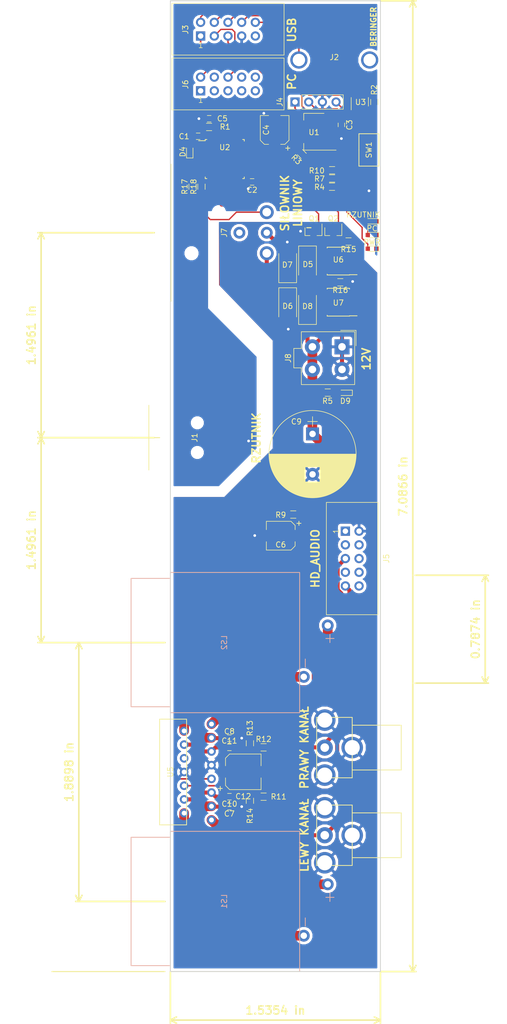
<source format=kicad_pcb>
(kicad_pcb (version 20171130) (host pcbnew "(5.0.0-rc2-dev-311-g1dd4af297)")
  (title_block (title resetUSB) (date 2018-02-14) (rev 1.0) (comment 1 "Projektant: Marek Piotrowski"))
  (layers (0 F.Cu signal) (31 B.Cu signal) (34 B.Paste user) (35 F.Paste user) (36 B.SilkS user) (37 F.SilkS user) (38 B.Mask user) (39 F.Mask user) (44 Edge.Cuts user))
  (net 0 "")
  (net 1 GND)
  (net 2 +5V)
  (net 3 +3V3)
  (net 4 +12V)
  (net 5 "Net-(D1-Pad2)")
  (net 6 "Net-(D2-Pad2)")
  (net 7 "Net-(D6-Pad2)")
  (net 8 /SWDIO)
  (net 9 /USB_P)
  (net 10 /USB_M)
  (net 11 "Net-(Q1-Pad1)")
  (net 12 "Net-(Q1-Pad3)")
  (net 13 "Net-(Q2-Pad3)")
  (net 14 "Net-(Q2-Pad1)")
  (net 15 /USB_PWR)
  (net 16 /SWCLK)
  (net 17 /M_IMP)
  (net 18 /RZUTNIK_VBUS)
  (net 19 /RZUTNIK_DP)
  (net 20 /RZUTNIK_DM)
  (net 21 /PC_PWR)
  (net 22 /PC_LED)
  (net 23 /M_IN1)
  (net 24 /M_IN2)
  (net 25 /LED_RED)
  (net 26 /LED_GREEN)
  (net 27 /LED_BLUE)
  (net 28 /PRZYCISK)
  (net 29 GNDA)
  (net 30 "Net-(C10-Pad2)")
  (net 31 "Net-(C10-Pad1)")
  (net 32 "Net-(LS1-Pad2)")
  (net 33 "Net-(LS1-Pad1)")
  (net 34 "Net-(LS2-Pad1)")
  (net 35 "Net-(LS2-Pad2)")
  (net 36 "Net-(C12-Pad1)")
  (net 37 "Net-(C5-Pad1)")
  (net 38 "Net-(C6-Pad1)")
  (net 39 "Net-(C11-Pad2)")
  (net 40 "Net-(C11-Pad1)")
  (net 41 "Net-(D3-Pad2)")
  (net 42 "Net-(D4-Pad1)")
  (net 43 "Net-(D5-Pad2)")
  (net 44 "Net-(J2-Pad5)")
  (net 45 "Net-(J2-Pad3)")
  (net 46 "Net-(J2-Pad4)")
  (net 47 "Net-(J2-Pad2)")
  (net 48 "Net-(J2-Pad1)")
  (net 49 "Net-(J3-Pad2)")
  (net 50 /OUT2_R)
  (net 51 /OUT2_L)
  (net 52 "Net-(D9-Pad2)")
  (module mpio:IDC10 (layer F.Cu) (at 144.526 144.272 270)
    (fp_text reference J5 (at 5.08 -7.62 270) (layer F.SilkS))
    (fp_text value Conn_02x05)
    (fp_text user 1 (at 0.02 1.72 270) (layer F.SilkS) (effects (font (thickness 0.12))))
    (pad 1 thru_hole rect (at 0 0 270) (size 1.7272 1.7272) (drill 1.016) (layers *.Cu *.Mask))
    (pad 2 thru_hole oval (at 0 -2.54 270) (size 1.7272 1.7272) (drill 1.016) (layers *.Cu *.Mask) (net 29 GNDA))
    (pad 3 thru_hole oval (at 2.54 0 270) (size 1.7272 1.7272) (drill 1.016) (layers *.Cu *.Mask))
    (pad 4 thru_hole oval (at 2.54 -2.54 270) (size 1.7272 1.7272) (drill 1.016) (layers *.Cu *.Mask))
    (pad 5 thru_hole oval (at 5.08 0 270) (size 1.7272 1.7272) (drill 1.016) (layers *.Cu *.Mask) (net 50 /OUT2_R))
    (pad 6 thru_hole oval (at 5.08 -2.54 270) (size 1.7272 1.7272) (drill 1.016) (layers *.Cu *.Mask))
    (pad 7 thru_hole oval (at 7.62 0 270) (size 1.7272 1.7272) (drill 1.016) (layers *.Cu *.Mask))
    (pad 8 thru_hole oval (at 7.62 -2.54 270) (size 1.7272 1.7272) (drill 1.016) (layers *.Cu *.Mask))
    (pad 9 thru_hole oval (at 10.16 0 270) (size 1.7272 1.7272) (drill 1.016) (layers *.Cu *.Mask) (net 51 /OUT2_L))
    (pad 10 thru_hole oval (at 10.16 -2.54 270) (size 1.7272 1.7272) (drill 1.016) (layers *.Cu *.Mask))
  )
  (module mpio:FC68391 (layer F.Cu) (at 145.796 200.66 90)
    (fp_text reference J9 (at 0 0.5 90) (layer F.SilkS))
    (fp_text value FC68391)
    (pad 2 thru_hole circle (at 5.1 -5.1 90) (size 4 4) (drill 2.8) (layers *.Cu *.Mask) (net 29 GNDA))
    (pad 2 thru_hole circle (at -5.1 -5.1 90) (size 4 4) (drill 2.8) (layers *.Cu *.Mask) (net 29 GNDA))
    (pad 1 thru_hole circle (at 0 -5.1 90) (size 3 3) (drill 1.6) (layers *.Cu *.Mask) (net 51 /OUT2_L))
    (pad 2 thru_hole circle (at 0 0 90) (size 4 4) (drill 2.8) (layers *.Cu *.Mask) (net 29 GNDA))
  )
  (module mpio:NLJ2MD-H (layer B.Cu) (at 112.0375 164.9325 90)
    (fp_text reference LS2 (at 0 10 90) (layer B.SilkS) (effects (justify mirror)))
    (fp_text value NLJ2MD-H)
    (fp_text user - (at -3.81 24.892 90) (layer B.SilkS) (effects (font (size 2 2)) (justify mirror)))
    (fp_text user + (at 0.762 29.464 90) (layer B.SilkS) (effects (font (size 2 2)) (justify mirror)))
    (pad 1 thru_hole circle (at 3.18 29.21 90) (size 2.2 2.2) (drill 1.2) (layers *.Cu *.Mask) (net 34 "Net-(LS2-Pad1)"))
    (pad 2 thru_hole circle (at -6.35 24.77 90) (size 2.2 2.2) (drill 1.2) (layers *.Cu *.Mask) (net 35 "Net-(LS2-Pad2)"))
  )
  (module mpio:FC68391 (layer F.Cu) (at 145.796 184.404 90)
    (fp_text reference J10 (at 0 0.5 90) (layer F.SilkS))
    (fp_text value FC68391)
    (pad 2 thru_hole circle (at 5.1 -5.1 90) (size 4 4) (drill 2.8) (layers *.Cu *.Mask) (net 29 GNDA))
    (pad 2 thru_hole circle (at -5.1 -5.1 90) (size 4 4) (drill 2.8) (layers *.Cu *.Mask) (net 29 GNDA))
    (pad 1 thru_hole circle (at 0 -5.1 90) (size 3 3) (drill 1.6) (layers *.Cu *.Mask) (net 50 /OUT2_R))
    (pad 2 thru_hole circle (at 0 0 90) (size 4 4) (drill 2.8) (layers *.Cu *.Mask) (net 29 GNDA))
  )
  (module Resistors_SMD:R_0603 (layer F.Cu) (at 129.3415 193.5065 180)
    (fp_text reference R11 (at -2.794 0 180) (layer F.SilkS))
    (fp_text value 4K7)
    (pad 1 smd rect (at -0.75 0 180) (size 0.5 0.9) (layers F.Cu F.Paste F.Mask) (net 51 /OUT2_L))
    (pad 2 smd rect (at 0.75 0 180) (size 0.5 0.9) (layers F.Cu F.Paste F.Mask) (net 31 "Net-(C10-Pad1)"))
  )
  (module Capacitors_SMD:C_0603 (layer F.Cu) (at 122.9915 184.3625 180)
    (fp_text reference C11 (at 0 1.2192 180) (layer F.SilkS))
    (fp_text value 0.47u)
    (pad 2 smd rect (at 0.75 0 180) (size 0.8 0.75) (layers F.Cu F.Paste F.Mask) (net 39 "Net-(C11-Pad2)"))
    (pad 1 smd rect (at -0.75 0 180) (size 0.8 0.75) (layers F.Cu F.Paste F.Mask) (net 40 "Net-(C11-Pad1)"))
  )
  (module Capacitors_SMD:C_0603 (layer F.Cu) (at 123.0035 193.5065 180)
    (fp_text reference C10 (at 0 -1.3462 180) (layer F.SilkS))
    (fp_text value 0.47u)
    (pad 1 smd rect (at -0.75 0 180) (size 0.8 0.75) (layers F.Cu F.Paste F.Mask) (net 31 "Net-(C10-Pad1)"))
    (pad 2 smd rect (at 0.75 0 180) (size 0.8 0.75) (layers F.Cu F.Paste F.Mask) (net 30 "Net-(C10-Pad2)"))
  )
  (module Diodes_SMD:D_SMA (layer F.Cu) (at 133.813 94.7962 90)
    (fp_text reference D7 (at -0.0948 -0.0585 180) (layer F.SilkS))
    (fp_text value US1D)
    (pad 2 smd rect (at 2 0 90) (size 2.5 1.8) (layers F.Cu F.Paste F.Mask) (net 29 GNDA))
    (pad 1 smd rect (at -2 0 90) (size 2.5 1.8) (layers F.Cu F.Paste F.Mask) (net 43 "Net-(D5-Pad2)"))
  )
  (module Diodes_SMD:D_SMA (layer F.Cu) (at 133.813 102.5432 270)
    (fp_text reference D8 (at 0.0313 -3.688) (layer F.SilkS))
    (fp_text value US1D)
    (pad 2 smd rect (at 2 0 270) (size 2.5 1.8) (layers F.Cu F.Paste F.Mask) (net 29 GNDA))
    (pad 1 smd rect (at -2 0 270) (size 2.5 1.8) (layers F.Cu F.Paste F.Mask) (net 7 "Net-(D6-Pad2)"))
  )
  (module Diodes_SMD:D_SMA (layer F.Cu) (at 137.496 102.5432 90)
    (fp_text reference D6 (at 0 -3.678 180) (layer F.SilkS))
    (fp_text value US1D)
    (pad 1 smd rect (at -2 0 90) (size 2.5 1.8) (layers F.Cu F.Paste F.Mask) (net 4 +12V))
    (pad 2 smd rect (at 2 0 90) (size 2.5 1.8) (layers F.Cu F.Paste F.Mask) (net 7 "Net-(D6-Pad2)"))
  )
  (module mpio:SOIC-8_3.9x4.9mm_Pitch1.27mm (layer F.Cu) (at 143.2237 101.8146 180)
    (fp_text reference U7 (at 0 -0.1179 180) (layer F.SilkS))
    (fp_text value AO4616)
    (pad 1 smd rect (at -2.7 -1.905 180) (size 1.55 0.6) (layers F.Cu F.Paste F.Mask) (net 29 GNDA))
    (pad 2 smd rect (at -2.7 -0.635 180) (size 1.55 0.6) (layers F.Cu F.Paste F.Mask) (net 13 "Net-(Q2-Pad3)"))
    (pad 3 smd rect (at -2.7 0.635 180) (size 1.55 0.6) (layers F.Cu F.Paste F.Mask) (net 4 +12V))
    (pad 4 smd rect (at -2.7 1.905 180) (size 1.55 0.6) (layers F.Cu F.Paste F.Mask) (net 13 "Net-(Q2-Pad3)"))
    (pad 5 smd rect (at 2.7 1.905 180) (size 1.55 0.6) (layers F.Cu F.Paste F.Mask) (net 7 "Net-(D6-Pad2)"))
    (pad 6 smd rect (at 2.7 0.635 180) (size 1.55 0.6) (layers F.Cu F.Paste F.Mask) (net 7 "Net-(D6-Pad2)"))
    (pad 7 smd rect (at 2.7 -0.635 180) (size 1.55 0.6) (layers F.Cu F.Paste F.Mask) (net 7 "Net-(D6-Pad2)"))
    (pad 8 smd rect (at 2.7 -1.905 180) (size 1.55 0.6) (layers F.Cu F.Paste F.Mask) (net 7 "Net-(D6-Pad2)"))
  )
  (module TO_SOT_Packages_SMD:SOT-23 (layer F.Cu) (at 138.6035 88.702 270)
    (fp_text reference Q1 (at -2.3835 -0.104) (layer F.SilkS))
    (fp_text value BC817)
    (pad 3 smd rect (at 1 0 270) (size 0.9 0.8) (layers F.Cu F.Paste F.Mask) (net 12 "Net-(Q1-Pad3)"))
    (pad 2 smd rect (at -1 0.95 270) (size 0.9 0.8) (layers F.Cu F.Paste F.Mask) (net 29 GNDA))
    (pad 1 smd rect (at -1 -0.95 270) (size 0.9 0.8) (layers F.Cu F.Paste F.Mask) (net 11 "Net-(Q1-Pad1)"))
  )
  (module Diodes_SMD:D_SMA (layer F.Cu) (at 137.496 94.7962 270)
    (fp_text reference D5 (at 0 -0.0685) (layer F.SilkS))
    (fp_text value US1D)
    (pad 1 smd rect (at -2 0 270) (size 2.5 1.8) (layers F.Cu F.Paste F.Mask) (net 4 +12V))
    (pad 2 smd rect (at 2 0 270) (size 2.5 1.8) (layers F.Cu F.Paste F.Mask) (net 43 "Net-(D5-Pad2)"))
  )
  (module TO_SOT_Packages_SMD:SOT-23 (layer F.Cu) (at 142.2865 88.702 270)
    (fp_text reference Q2 (at -2.3835 0.023) (layer F.SilkS))
    (fp_text value BC817)
    (pad 3 smd rect (at 1 0 270) (size 0.9 0.8) (layers F.Cu F.Paste F.Mask) (net 13 "Net-(Q2-Pad3)"))
    (pad 2 smd rect (at -1 0.95 270) (size 0.9 0.8) (layers F.Cu F.Paste F.Mask) (net 29 GNDA))
    (pad 1 smd rect (at -1 -0.95 270) (size 0.9 0.8) (layers F.Cu F.Paste F.Mask) (net 14 "Net-(Q2-Pad1)"))
  )
  (module Resistors_SMD:R_0603 (layer F.Cu) (at 142.0603 77.3523 180)
    (fp_text reference R10 (at 2.8448 -0.0762 180) (layer F.SilkS))
    (fp_text value 33K)
    (pad 1 smd rect (at -0.75 0 180) (size 0.5 0.9) (layers F.Cu F.Paste F.Mask) (net 41 "Net-(D3-Pad2)"))
    (pad 2 smd rect (at 0.75 0 180) (size 0.5 0.9) (layers F.Cu F.Paste F.Mask) (net 27 /LED_BLUE))
  )
  (module mpio:SOIC-8_3.9x4.9mm_Pitch1.27mm (layer F.Cu) (at 143.2237 94.1946 180)
    (fp_text reference U6 (at 0 0.2621 180) (layer F.SilkS))
    (fp_text value AO4616)
    (pad 1 smd rect (at -2.7 -1.905 180) (size 1.55 0.6) (layers F.Cu F.Paste F.Mask) (net 29 GNDA))
    (pad 2 smd rect (at -2.7 -0.635 180) (size 1.55 0.6) (layers F.Cu F.Paste F.Mask) (net 12 "Net-(Q1-Pad3)"))
    (pad 3 smd rect (at -2.7 0.635 180) (size 1.55 0.6) (layers F.Cu F.Paste F.Mask) (net 4 +12V))
    (pad 4 smd rect (at -2.7 1.905 180) (size 1.55 0.6) (layers F.Cu F.Paste F.Mask) (net 12 "Net-(Q1-Pad3)"))
    (pad 5 smd rect (at 2.7 1.905 180) (size 1.55 0.6) (layers F.Cu F.Paste F.Mask) (net 43 "Net-(D5-Pad2)"))
    (pad 6 smd rect (at 2.7 0.635 180) (size 1.55 0.6) (layers F.Cu F.Paste F.Mask) (net 43 "Net-(D5-Pad2)"))
    (pad 7 smd rect (at 2.7 -0.635 180) (size 1.55 0.6) (layers F.Cu F.Paste F.Mask) (net 43 "Net-(D5-Pad2)"))
    (pad 8 smd rect (at 2.7 -1.905 180) (size 1.55 0.6) (layers F.Cu F.Paste F.Mask) (net 43 "Net-(D5-Pad2)"))
  )
  (module mpio:Molex_MiniFit-JR-5556-04A_2x02x4.20mm_Straight (layer F.Cu) (at 143.9015 110.0935 270)
    (fp_text reference J8 (at 2.1 10 270) (layer F.SilkS))
    (fp_text value "Mini-Fit Jr; 4,2mm")
    (pad 1 thru_hole rect (at 0 0 270) (size 2.8 2.8) (drill 1.4) (layers *.Cu *.Mask) (net 29 GNDA))
    (pad 2 thru_hole circle (at 4.2 0 270) (size 2.8 2.8) (drill 1.4) (layers *.Cu *.Mask) (net 29 GNDA))
    (pad 3 thru_hole circle (at 0 5.5 270) (size 2.8 2.8) (drill 1.4) (layers *.Cu *.Mask) (net 4 +12V))
    (pad 4 thru_hole circle (at 4.2 5.5 270) (size 2.8 2.8) (drill 1.4) (layers *.Cu *.Mask) (net 4 +12V))
  )
  (module mpio:AC3MAH-AU-PRE (layer F.Cu) (at 121.0375 88.9325 90)
    (fp_text reference J7 (at 0 1 90) (layer F.SilkS))
    (fp_text value AC3MAH-AU-PRE)
    (pad "" np_thru_hole circle (at -3.81 -5.08 90) (size 1.6 1.6) (drill 1.6) (layers *.Cu *.Mask))
    (pad "" np_thru_hole circle (at 3.81 0 90) (size 1.6 1.6) (drill 1.6) (layers *.Cu *.Mask))
    (pad 4 thru_hole circle (at 0 3.81 90) (size 2.2 2.2) (drill 1.2) (layers *.Cu *.Mask))
    (pad 3 thru_hole circle (at 0 8.89 90) (size 2.2 2.2) (drill 1.2) (layers *.Cu *.Mask) (net 43 "Net-(D5-Pad2)"))
    (pad 2 thru_hole circle (at -3.81 8.89 90) (size 2.6 2.6) (drill 1.6) (layers *.Cu *.Mask) (net 7 "Net-(D6-Pad2)"))
    (pad 1 thru_hole circle (at 3.81 8.89 90) (size 2.6 2.6) (drill 1.6) (layers *.Cu *.Mask) (net 42 "Net-(D4-Pad1)"))
  )
  (module Housings_QFP:LQFP-32_7x7mm_Pitch0.8mm (layer F.Cu) (at 122.130272 75.273643)
    (fp_text reference U2 (at 0 -2.163143) (layer F.SilkS))
    (fp_text value STM32F042K6Tx)
    (pad 1 smd rect (at -4.25 -2.8) (size 1.2 0.6) (layers F.Cu F.Paste F.Mask) (net 3 +3V3))
    (pad 2 smd rect (at -4.25 -2) (size 1.2 0.6) (layers F.Cu F.Paste F.Mask) (net 17 /M_IMP))
    (pad 3 smd rect (at -4.25 -1.2) (size 1.2 0.6) (layers F.Cu F.Paste F.Mask))
    (pad 4 smd rect (at -4.25 -0.4) (size 1.2 0.6) (layers F.Cu F.Paste F.Mask))
    (pad 5 smd rect (at -4.25 0.4) (size 1.2 0.6) (layers F.Cu F.Paste F.Mask) (net 3 +3V3))
    (pad 6 smd rect (at -4.25 1.2) (size 1.2 0.6) (layers F.Cu F.Paste F.Mask) (net 23 /M_IN1))
    (pad 7 smd rect (at -4.25 2) (size 1.2 0.6) (layers F.Cu F.Paste F.Mask) (net 24 /M_IN2))
    (pad 8 smd rect (at -4.25 2.8) (size 1.2 0.6) (layers F.Cu F.Paste F.Mask))
    (pad 9 smd rect (at -2.8 4.25 90) (size 1.2 0.6) (layers F.Cu F.Paste F.Mask) (net 25 /LED_RED))
    (pad 10 smd rect (at -2 4.25 90) (size 1.2 0.6) (layers F.Cu F.Paste F.Mask) (net 26 /LED_GREEN))
    (pad 11 smd rect (at -1.2 4.25 90) (size 1.2 0.6) (layers F.Cu F.Paste F.Mask) (net 27 /LED_BLUE))
    (pad 12 smd rect (at -0.4 4.25 90) (size 1.2 0.6) (layers F.Cu F.Paste F.Mask))
    (pad 13 smd rect (at 0.4 4.25 90) (size 1.2 0.6) (layers F.Cu F.Paste F.Mask))
    (pad 14 smd rect (at 1.2 4.25 90) (size 1.2 0.6) (layers F.Cu F.Paste F.Mask))
    (pad 15 smd rect (at 2 4.25 90) (size 1.2 0.6) (layers F.Cu F.Paste F.Mask))
    (pad 16 smd rect (at 2.8 4.25 90) (size 1.2 0.6) (layers F.Cu F.Paste F.Mask) (net 1 GND))
    (pad 17 smd rect (at 4.25 2.8) (size 1.2 0.6) (layers F.Cu F.Paste F.Mask) (net 3 +3V3))
    (pad 18 smd rect (at 4.25 2) (size 1.2 0.6) (layers F.Cu F.Paste F.Mask))
    (pad 19 smd rect (at 4.25 1.2) (size 1.2 0.6) (layers F.Cu F.Paste F.Mask) (net 28 /PRZYCISK))
    (pad 20 smd rect (at 4.25 0.4) (size 1.2 0.6) (layers F.Cu F.Paste F.Mask) (net 15 /USB_PWR))
    (pad 21 smd rect (at 4.25 -0.4) (size 1.2 0.6) (layers F.Cu F.Paste F.Mask) (net 10 /USB_M))
    (pad 22 smd rect (at 4.25 -1.2) (size 1.2 0.6) (layers F.Cu F.Paste F.Mask) (net 9 /USB_P))
    (pad 23 smd rect (at 4.25 -2) (size 1.2 0.6) (layers F.Cu F.Paste F.Mask) (net 8 /SWDIO))
    (pad 24 smd rect (at 4.25 -2.8) (size 1.2 0.6) (layers F.Cu F.Paste F.Mask) (net 16 /SWCLK))
    (pad 25 smd rect (at 2.8 -4.25 90) (size 1.2 0.6) (layers F.Cu F.Paste F.Mask) (net 22 /PC_LED))
    (pad 26 smd rect (at 2 -4.25 90) (size 1.2 0.6) (layers F.Cu F.Paste F.Mask) (net 21 /PC_PWR))
    (pad 27 smd rect (at 1.2 -4.25 90) (size 1.2 0.6) (layers F.Cu F.Paste F.Mask))
    (pad 28 smd rect (at 0.4 -4.25 90) (size 1.2 0.6) (layers F.Cu F.Paste F.Mask) (net 19 /RZUTNIK_DP))
    (pad 29 smd rect (at -0.4 -4.25 90) (size 1.2 0.6) (layers F.Cu F.Paste F.Mask) (net 20 /RZUTNIK_DM))
    (pad 30 smd rect (at -1.2 -4.25 90) (size 1.2 0.6) (layers F.Cu F.Paste F.Mask) (net 18 /RZUTNIK_VBUS))
    (pad 31 smd rect (at -2 -4.25 90) (size 1.2 0.6) (layers F.Cu F.Paste F.Mask) (net 37 "Net-(C5-Pad1)"))
    (pad 32 smd rect (at -2.8 -4.25 90) (size 1.2 0.6) (layers F.Cu F.Paste F.Mask) (net 1 GND))
  )
  (module Resistors_SMD:R_0603 (layer F.Cu) (at 129.3415 184.3625 180)
    (fp_text reference R12 (at 0 1.524 180) (layer F.SilkS))
    (fp_text value 4K7)
    (pad 2 smd rect (at 0.75 0 180) (size 0.5 0.9) (layers F.Cu F.Paste F.Mask) (net 40 "Net-(C11-Pad1)"))
    (pad 1 smd rect (at -0.75 0 180) (size 0.5 0.9) (layers F.Cu F.Paste F.Mask) (net 50 /OUT2_R))
  )
  (module Resistors_SMD:R_0603 (layer F.Cu) (at 119.225376 69.325202)
    (fp_text reference R1 (at 2.972124 -0.024702) (layer F.SilkS))
    (fp_text value 100K)
    (pad 2 smd rect (at 0.75 0) (size 0.5 0.9) (layers F.Cu F.Paste F.Mask) (net 37 "Net-(C5-Pad1)"))
    (pad 1 smd rect (at -0.75 0) (size 0.5 0.9) (layers F.Cu F.Paste F.Mask) (net 1 GND))
  )
  (module Capacitors_SMD:C_0603 (layer F.Cu) (at 117.191131 71.052923)
    (fp_text reference C1 (at -2.613631 0.025577) (layer F.SilkS))
    (fp_text value 100n)
    (pad 1 smd rect (at -0.75 0) (size 0.8 0.75) (layers F.Cu F.Paste F.Mask) (net 3 +3V3))
    (pad 2 smd rect (at 0.75 0) (size 0.8 0.75) (layers F.Cu F.Paste F.Mask) (net 1 GND))
  )
  (module Capacitors_SMD:C_0603 (layer F.Cu) (at 119.237376 67.801202 180)
    (fp_text reference C5 (at -2.452124 0.024702 180) (layer F.SilkS))
    (fp_text value 100n)
    (pad 1 smd rect (at -0.75 0 180) (size 0.8 0.75) (layers F.Cu F.Paste F.Mask) (net 37 "Net-(C5-Pad1)"))
    (pad 2 smd rect (at 0.75 0 180) (size 0.8 0.75) (layers F.Cu F.Paste F.Mask) (net 1 GND))
  )
  (module mpio:USB-A_SMD (layer F.Cu) (at 142.4675 56.9055 180)
    (fp_text reference J2 (at 0 0.5 180) (layer F.SilkS))
    (fp_text value TUEA4F2SOBHT)
    (pad 5 thru_hole circle (at -6.57 0 180) (size 3.2 3.2) (drill 2.3) (layers *.Cu *.Mask) (net 44 "Net-(J2-Pad5)"))
    (pad 5 thru_hole circle (at 6.57 0 180) (size 3.2 3.2) (drill 2.3) (layers *.Cu *.Mask) (net 44 "Net-(J2-Pad5)"))
    (pad 3 smd rect (at 1 -4.21 180) (size 1 3) (layers F.Cu F.Paste F.Mask) (net 45 "Net-(J2-Pad3)"))
    (pad 4 smd rect (at 3.5 -4.21 180) (size 1 3) (layers F.Cu F.Paste F.Mask) (net 46 "Net-(J2-Pad4)"))
    (pad 2 smd rect (at -1 -4.21 180) (size 1 3) (layers F.Cu F.Paste F.Mask) (net 47 "Net-(J2-Pad2)"))
    (pad 1 smd rect (at -3.5 -4.21 180) (size 1 3) (layers F.Cu F.Paste F.Mask) (net 48 "Net-(J2-Pad1)"))
  )
  (module Capacitors_SMD:C_0603 (layer F.Cu) (at 122.9915 182.6505)
    (fp_text reference C8 (at 0 -1.2446) (layer F.SilkS))
    (fp_text value 100n)
    (pad 2 smd rect (at 0.75 0) (size 0.8 0.75) (layers F.Cu F.Paste F.Mask) (net 29 GNDA))
    (pad 1 smd rect (at -0.75 0) (size 0.8 0.75) (layers F.Cu F.Paste F.Mask) (net 4 +12V))
  )
  (module Capacitors_THT:CP_Radial_D16.0mm_P7.50mm (layer F.Cu) (at 138.43 126.238 270)
    (fp_text reference C9 (at -2.28 3) (layer F.SilkS))
    (fp_text value 4700u)
    (pad 1 thru_hole rect (at 0 0 270) (size 2.4 2.4) (drill 1.2) (layers *.Cu *.Mask) (net 4 +12V))
    (pad 2 thru_hole circle (at 7.5 0 270) (size 2.4 2.4) (drill 1.2) (layers *.Cu *.Mask) (net 29 GNDA))
  )
  (module mpio:NLJ2MD-H (layer B.Cu) (at 112.0375 212.9325 90)
    (fp_text reference LS1 (at 0 10 90) (layer B.SilkS) (effects (justify mirror)))
    (fp_text value NLJ2MD-H)
    (fp_text user + (at 0.762 29.464 90) (layer B.SilkS) (effects (font (size 2 2)) (justify mirror)))
    (fp_text user - (at -3.81 24.892 90) (layer B.SilkS) (effects (font (size 2 2)) (justify mirror)))
    (pad 2 thru_hole circle (at -6.35 24.77 90) (size 2.2 2.2) (drill 1.2) (layers *.Cu *.Mask) (net 32 "Net-(LS1-Pad2)"))
    (pad 1 thru_hole circle (at 3.18 29.21 90) (size 2.2 2.2) (drill 1.2) (layers *.Cu *.Mask) (net 33 "Net-(LS1-Pad1)"))
  )
  (module Capacitors_SMD:C_0603 (layer F.Cu) (at 143.786359 68.940041 270)
    (fp_text reference C3 (at 0 -1.5 270) (layer F.SilkS))
    (fp_text value 100n)
    (pad 1 smd rect (at -0.75 0 270) (size 0.8 0.75) (layers F.Cu F.Paste F.Mask) (net 2 +5V))
    (pad 2 smd rect (at 0.75 0 270) (size 0.8 0.75) (layers F.Cu F.Paste F.Mask) (net 1 GND))
  )
  (module Capacitors_SMD:CP_Elec_5x5.3 (layer F.Cu) (at 131.4183 69.8751 90)
    (fp_text reference C4 (at 0 -1.6008 90) (layer F.SilkS))
    (fp_text value 10u)
    (fp_text user + (at -3.38 2.34 90) (layer F.SilkS))
    (pad 2 smd rect (at 2.2 0 270) (size 3 1.6) (layers F.Cu F.Paste F.Mask) (net 1 GND))
    (pad 1 smd rect (at -2.2 0 270) (size 3 1.6) (layers F.Cu F.Paste F.Mask) (net 3 +3V3))
  )
  (module TO_SOT_Packages_SMD:SOT-223-3_TabPin2 (layer F.Cu) (at 138.706359 70.210041 180)
    (fp_text reference U1 (at 0 -0.106459 180) (layer F.SilkS))
    (fp_text value LD1117S33TR)
    (pad 1 smd rect (at -3.15 -2.3 180) (size 2 1.5) (layers F.Cu F.Paste F.Mask) (net 1 GND))
    (pad 3 smd rect (at -3.15 2.3 180) (size 2 1.5) (layers F.Cu F.Paste F.Mask) (net 2 +5V))
    (pad 2 smd rect (at -3.15 0 180) (size 2 1.5) (layers F.Cu F.Paste F.Mask) (net 3 +3V3))
    (pad 2 smd rect (at 3.15 0 180) (size 2 3.8) (layers F.Cu F.Paste F.Mask) (net 3 +3V3))
  )
  (module mpio:SW_3x6_1,6x7,4 (layer F.Cu) (at 148.8935 73.5835 90)
    (fp_text reference SW1 (at 0 0 90) (layer F.SilkS))
    (fp_text value "TACTM-34N-F " hide)
    (pad 2 smd rect (at 3.7 0 90) (size 2.18 1.6) (layers F.Cu F.Paste F.Mask) (net 28 /PRZYCISK))
    (pad 1 smd rect (at -3.7 0 90) (size 2.18 1.6) (layers F.Cu F.Paste F.Mask) (net 1 GND))
  )
  (module Capacitors_SMD:C_0603 (layer F.Cu) (at 127.210127 79.513456 180)
    (fp_text reference C2 (at 0 -1.5 180) (layer F.SilkS))
    (fp_text value 100n)
    (pad 1 smd rect (at -0.75 0 180) (size 0.8 0.75) (layers F.Cu F.Paste F.Mask) (net 3 +3V3))
    (pad 2 smd rect (at 0.75 0 180) (size 0.8 0.75) (layers F.Cu F.Paste F.Mask) (net 1 GND))
  )
  (module Resistors_SMD:R_0603 (layer F.Cu) (at 136.4475 74.3455 135)
    (fp_text reference R3 (at 0 -1.45 135) (layer F.SilkS))
    (fp_text value 100K)
    (pad 2 smd rect (at 0.75 0 135) (size 0.5 0.9) (layers F.Cu F.Paste F.Mask) (net 3 +3V3))
    (pad 1 smd rect (at -0.75 0 135) (size 0.5 0.9) (layers F.Cu F.Paste F.Mask) (net 8 /SWDIO))
  )
  (module Resistors_SMD:R_0603 (layer F.Cu) (at 126.8015 183.6005 90)
    (fp_text reference R13 (at 2.794 0 90) (layer F.SilkS))
    (fp_text value 10K)
    (pad 2 smd rect (at 0.75 0 90) (size 0.5 0.9) (layers F.Cu F.Paste F.Mask) (net 29 GNDA))
    (pad 1 smd rect (at -0.75 0 90) (size 0.5 0.9) (layers F.Cu F.Paste F.Mask) (net 40 "Net-(C11-Pad1)"))
  )
  (module Diodes_SMD:D_SOD-523 (layer F.Cu) (at 115.6335 73.9235 90)
    (fp_text reference D4 (at 0 -1.3 90) (layer F.SilkS))
    (fp_text value 1PS79SB70)
    (pad 1 smd rect (at -0.7 0 270) (size 0.6 0.7) (layers F.Cu F.Paste F.Mask) (net 42 "Net-(D4-Pad1)"))
    (pad 2 smd rect (at 0.7 0 270) (size 0.6 0.7) (layers F.Cu F.Paste F.Mask) (net 17 /M_IMP))
  )
  (module LEDs:LED_0603 (layer F.Cu) (at 149.484 91.8985 180)
    (fp_text reference D1 hide)
    (fp_text value RED)
    (pad 1 smd rect (at -0.8 0) (size 0.8 0.8) (layers F.Cu F.Paste F.Mask) (net 1 GND))
    (pad 2 smd rect (at 0.8 0) (size 0.8 0.8) (layers F.Cu F.Paste F.Mask) (net 5 "Net-(D1-Pad2)"))
  )
  (module LEDs:LED_0603 (layer F.Cu) (at 149.484 89.3585 180)
    (fp_text reference D2 hide)
    (fp_text value GREEN)
    (pad 1 smd rect (at -0.8 0) (size 0.8 0.8) (layers F.Cu F.Paste F.Mask) (net 1 GND))
    (pad 2 smd rect (at 0.8 0) (size 0.8 0.8) (layers F.Cu F.Paste F.Mask) (net 6 "Net-(D2-Pad2)"))
  )
  (module LEDs:LED_0603 (layer F.Cu) (at 149.484 86.8185 180)
    (fp_text reference D3 hide)
    (fp_text value BLUE)
    (pad 1 smd rect (at -0.8 0) (size 0.8 0.8) (layers F.Cu F.Paste F.Mask) (net 1 GND))
    (pad 2 smd rect (at 0.8 0) (size 0.8 0.8) (layers F.Cu F.Paste F.Mask) (net 41 "Net-(D3-Pad2)"))
  )
  (module mpio:USB-B_SMD (layer F.Cu) (at 117.0375 126.9325 270)
    (fp_text reference J1 (at 0 0.5 270) (layer F.SilkS))
    (fp_text value USBB-G-SMD)
    (pad 1 smd rect (at 1.875 -7 270) (size 0.7 3) (layers F.Cu F.Paste F.Mask) (net 18 /RZUTNIK_VBUS))
    (pad 3 smd rect (at -1.875 -7 270) (size 0.7 3) (layers F.Cu F.Paste F.Mask) (net 19 /RZUTNIK_DP))
    (pad 4 smd rect (at 0.625 -7 270) (size 0.7 3) (layers F.Cu F.Paste F.Mask) (net 1 GND))
    (pad 2 smd rect (at -0.625 -7 270) (size 0.7 3) (layers F.Cu F.Paste F.Mask) (net 20 /RZUTNIK_DM))
    (pad 5 smd rect (at 6.8 0 270) (size 3.4 6.04) (drill (offset 0 -0.58)) (layers F.Cu F.Paste F.Mask) (net 1 GND))
    (pad 5 smd rect (at -6.8 0 270) (size 3.4 6.04) (drill (offset 0 -0.58)) (layers F.Cu F.Paste F.Mask) (net 1 GND))
    (pad "" np_thru_hole circle (at 2.75 0 270) (size 1.4 1.4) (drill 1.4) (layers *.Cu *.Mask))
    (pad "" np_thru_hole circle (at -2.75 0 270) (size 1.4 1.4) (drill 1.4) (layers *.Cu *.Mask))
  )
  (module Resistors_SMD:R_0603 (layer F.Cu) (at 149.9095 64.6935 270)
    (fp_text reference R2 (at -2.251 0.026 270) (layer F.SilkS))
    (fp_text value 100K)
    (pad 2 smd rect (at 0.75 0 270) (size 0.5 0.9) (layers F.Cu F.Paste F.Mask) (net 15 /USB_PWR))
    (pad 1 smd rect (at -0.75 0 270) (size 0.5 0.9) (layers F.Cu F.Paste F.Mask) (net 49 "Net-(J3-Pad2)"))
  )
  (module mpio:IDC10 (layer F.Cu) (at 117.6515 52.4615)
    (fp_text reference J3 (at -2.82 -1.195 90) (layer F.SilkS))
    (fp_text value Conn_02x05)
    (fp_text user 1 (at 0.02 1.72) (layer F.SilkS) (effects (font (thickness 0.12))))
    (pad 1 thru_hole rect (at 0 0) (size 1.7272 1.7272) (drill 1.016) (layers *.Cu *.Mask) (net 2 +5V))
    (pad 2 thru_hole oval (at 0 -2.54) (size 1.7272 1.7272) (drill 1.016) (layers *.Cu *.Mask) (net 49 "Net-(J3-Pad2)"))
    (pad 3 thru_hole oval (at 2.54 0) (size 1.7272 1.7272) (drill 1.016) (layers *.Cu *.Mask) (net 10 /USB_M))
    (pad 4 thru_hole oval (at 2.54 -2.54) (size 1.7272 1.7272) (drill 1.016) (layers *.Cu *.Mask) (net 47 "Net-(J2-Pad2)"))
    (pad 5 thru_hole oval (at 5.08 0) (size 1.7272 1.7272) (drill 1.016) (layers *.Cu *.Mask) (net 9 /USB_P))
    (pad 6 thru_hole oval (at 5.08 -2.54) (size 1.7272 1.7272) (drill 1.016) (layers *.Cu *.Mask) (net 45 "Net-(J2-Pad3)"))
    (pad 7 thru_hole oval (at 7.62 0) (size 1.7272 1.7272) (drill 1.016) (layers *.Cu *.Mask) (net 1 GND))
    (pad 8 thru_hole oval (at 7.62 -2.54) (size 1.7272 1.7272) (drill 1.016) (layers *.Cu *.Mask) (net 46 "Net-(J2-Pad4)"))
    (pad 9 thru_hole oval (at 10.16 0) (size 1.7272 1.7272) (drill 1.016) (layers *.Cu *.Mask))
    (pad 10 thru_hole oval (at 10.16 -2.54) (size 1.7272 1.7272) (drill 1.016) (layers *.Cu *.Mask) (net 44 "Net-(J2-Pad5)"))
  )
  (module mpio:IDC10 (layer F.Cu) (at 117.6515 62.6215)
    (fp_text reference J6 (at -2.82 -1.195 90) (layer F.SilkS))
    (fp_text value Conn_02x05)
    (fp_text user 1 (at 0.02 1.72) (layer F.SilkS) (effects (font (thickness 0.12))))
    (pad 10 thru_hole oval (at 10.16 -2.54) (size 1.7272 1.7272) (drill 1.016) (layers *.Cu *.Mask))
    (pad 9 thru_hole oval (at 10.16 0) (size 1.7272 1.7272) (drill 1.016) (layers *.Cu *.Mask))
    (pad 8 thru_hole oval (at 7.62 -2.54) (size 1.7272 1.7272) (drill 1.016) (layers *.Cu *.Mask))
    (pad 7 thru_hole oval (at 7.62 0) (size 1.7272 1.7272) (drill 1.016) (layers *.Cu *.Mask))
    (pad 6 thru_hole oval (at 5.08 -2.54) (size 1.7272 1.7272) (drill 1.016) (layers *.Cu *.Mask) (net 21 /PC_PWR))
    (pad 5 thru_hole oval (at 5.08 0) (size 1.7272 1.7272) (drill 1.016) (layers *.Cu *.Mask))
    (pad 4 thru_hole oval (at 2.54 -2.54) (size 1.7272 1.7272) (drill 1.016) (layers *.Cu *.Mask))
    (pad 3 thru_hole oval (at 2.54 0) (size 1.7272 1.7272) (drill 1.016) (layers *.Cu *.Mask))
    (pad 2 thru_hole oval (at 0 -2.54) (size 1.7272 1.7272) (drill 1.016) (layers *.Cu *.Mask) (net 22 /PC_LED))
    (pad 1 thru_hole rect (at 0 0) (size 1.7272 1.7272) (drill 1.016) (layers *.Cu *.Mask))
  )
  (module Pin_Headers:Pin_Header_Straight_1x04_Pitch2.54mm (layer F.Cu) (at 135.1775 64.6935 90)
    (fp_text reference J4 (at 0 -2.82 270) (layer F.SilkS))
    (fp_text value SWD_4pin)
    (pad 4 thru_hole oval (at 0 7.62 90) (size 1.7 1.7) (drill 1) (layers *.Cu *.Mask) (net 8 /SWDIO))
    (pad 3 thru_hole oval (at 0 5.08 90) (size 1.7 1.7) (drill 1) (layers *.Cu *.Mask) (net 1 GND))
    (pad 2 thru_hole oval (at 0 2.54 90) (size 1.7 1.7) (drill 1) (layers *.Cu *.Mask) (net 16 /SWCLK))
    (pad 1 thru_hole rect (at 0 0 90) (size 1.7 1.7) (drill 1) (layers *.Cu *.Mask) (net 3 +3V3))
  )
  (module mpio:TSOP-6_1.65x3.05mm_Pitch0.95mm (layer F.Cu) (at 147.2044 64.6568 90)
    (fp_text reference U3 (at -0.0717 0.1391 180) (layer F.SilkS))
    (fp_text value IRLTS2242)
    (pad 6 smd rect (at 1.16 -0.95 90) (size 0.7 0.51) (layers F.Cu F.Paste F.Mask) (net 48 "Net-(J2-Pad1)"))
    (pad 5 smd rect (at 1.16 0 90) (size 0.7 0.51) (layers F.Cu F.Paste F.Mask) (net 48 "Net-(J2-Pad1)"))
    (pad 4 smd rect (at 1.16 0.95 90) (size 0.7 0.51) (layers F.Cu F.Paste F.Mask) (net 49 "Net-(J3-Pad2)"))
    (pad 3 smd rect (at -1.16 0.95 90) (size 0.7 0.51) (layers F.Cu F.Paste F.Mask) (net 15 /USB_PWR))
    (pad 2 smd rect (at -1.16 0 90) (size 0.7 0.51) (layers F.Cu F.Paste F.Mask) (net 48 "Net-(J2-Pad1)"))
    (pad 1 smd rect (at -1.16 -0.95 90) (size 0.7 0.51) (layers F.Cu F.Paste F.Mask) (net 48 "Net-(J2-Pad1)"))
  )
  (module Capacitors_SMD:CP_Elec_5x5.3 (layer F.Cu) (at 132.5245 145.0855 180)
    (fp_text reference C6 (at 0 -1.702 180) (layer F.SilkS))
    (fp_text value 10u)
    (fp_text user + (at -3.38 2.34 180) (layer F.SilkS))
    (pad 2 smd rect (at 2.2 0) (size 3 1.6) (layers F.Cu F.Paste F.Mask) (net 29 GNDA))
    (pad 1 smd rect (at -2.2 0) (size 3 1.6) (layers F.Cu F.Paste F.Mask) (net 38 "Net-(C6-Pad1)"))
  )
  (module Resistors_SMD:R_0603 (layer F.Cu) (at 142.0603 78.8763 180)
    (fp_text reference R7 (at 2.3368 -0.0562 180) (layer F.SilkS))
    (fp_text value 6K8)
    (pad 1 smd rect (at -0.75 0 180) (size 0.5 0.9) (layers F.Cu F.Paste F.Mask) (net 6 "Net-(D2-Pad2)"))
    (pad 2 smd rect (at 0.75 0 180) (size 0.5 0.9) (layers F.Cu F.Paste F.Mask) (net 26 /LED_GREEN))
  )
  (module mpio:MULTIWATT15 (layer F.Cu) (at 110.0375 188.9325 90)
    (fp_text reference U5 (at 0 2 90) (layer F.SilkS))
    (fp_text value TDA7375)
    (pad 8 thru_hole circle (at 0 4.55 90) (size 1.6 1.6) (drill 0.9) (layers *.Cu *.Mask) (net 29 GNDA))
    (pad 6 thru_hole circle (at -2.54 4.55 90) (size 1.6 1.6) (drill 0.9) (layers *.Cu *.Mask) (net 36 "Net-(C12-Pad1)"))
    (pad 4 thru_hole circle (at -5.08 4.55 90) (size 1.6 1.6) (drill 0.9) (layers *.Cu *.Mask) (net 30 "Net-(C10-Pad2)"))
    (pad 2 thru_hole circle (at -7.62 4.55 90) (size 1.6 1.6) (drill 0.9) (layers *.Cu *.Mask) (net 32 "Net-(LS1-Pad2)"))
    (pad 10 thru_hole circle (at 2.54 4.55 90) (size 1.6 1.6) (drill 0.9) (layers *.Cu *.Mask))
    (pad 12 thru_hole circle (at 5.08 4.55 90) (size 1.6 1.6) (drill 0.9) (layers *.Cu *.Mask) (net 39 "Net-(C11-Pad2)"))
    (pad 14 thru_hole circle (at 7.62 4.55 90) (size 1.6 1.6) (drill 0.9) (layers *.Cu *.Mask) (net 35 "Net-(LS2-Pad2)"))
    (pad 1 thru_hole circle (at -8.89 9.63 90) (size 1.6 1.6) (drill 0.9) (layers *.Cu *.Mask) (net 33 "Net-(LS1-Pad1)"))
    (pad 3 thru_hole circle (at -6.35 9.63 90) (size 1.6 1.6) (drill 0.9) (layers *.Cu *.Mask) (net 4 +12V))
    (pad 5 thru_hole circle (at -3.81 9.63 90) (size 1.6 1.6) (drill 0.9) (layers *.Cu *.Mask) (net 30 "Net-(C10-Pad2)"))
    (pad 7 thru_hole circle (at -1.27 9.63 90) (size 1.6 1.6) (drill 0.9) (layers *.Cu *.Mask) (net 38 "Net-(C6-Pad1)"))
    (pad 9 thru_hole circle (at 1.27 9.63 90) (size 1.6 1.6) (drill 0.9) (layers *.Cu *.Mask) (net 29 GNDA))
    (pad 11 thru_hole circle (at 3.81 9.63 90) (size 1.6 1.6) (drill 0.9) (layers *.Cu *.Mask) (net 39 "Net-(C11-Pad2)"))
    (pad 13 thru_hole circle (at 6.35 9.63 90) (size 1.6 1.6) (drill 0.9) (layers *.Cu *.Mask) (net 4 +12V))
    (pad 15 thru_hole circle (at 8.89 9.63 90) (size 1.6 1.6) (drill 0.9) (layers *.Cu *.Mask) (net 34 "Net-(LS2-Pad1)"))
  )
  (module Capacitors_SMD:C_0603 (layer F.Cu) (at 122.9915 195.3505)
    (fp_text reference C7 (at 0 1.3208) (layer F.SilkS))
    (fp_text value 100n)
    (pad 2 smd rect (at 0.75 0) (size 0.8 0.75) (layers F.Cu F.Paste F.Mask) (net 29 GNDA))
    (pad 1 smd rect (at -0.75 0) (size 0.8 0.75) (layers F.Cu F.Paste F.Mask) (net 4 +12V))
  )
  (module Resistors_SMD:R_0603 (layer F.Cu) (at 142.0495 80.4005 180)
    (fp_text reference R4 (at 2.326 -0.076 180) (layer F.SilkS))
    (fp_text value 22K)
    (pad 1 smd rect (at -0.75 0 180) (size 0.5 0.9) (layers F.Cu F.Paste F.Mask) (net 5 "Net-(D1-Pad2)"))
    (pad 2 smd rect (at 0.75 0 180) (size 0.5 0.9) (layers F.Cu F.Paste F.Mask) (net 25 /LED_RED))
  )
  (module Resistors_SMD:R_0603 (layer F.Cu) (at 134.8505 141.1893 180)
    (fp_text reference R9 (at 2.326 -0.076 180) (layer F.SilkS))
    (fp_text value 47K)
    (pad 1 smd rect (at -0.75 0 180) (size 0.5 0.9) (layers F.Cu F.Paste F.Mask) (net 4 +12V))
    (pad 2 smd rect (at 0.75 0 180) (size 0.5 0.9) (layers F.Cu F.Paste F.Mask) (net 38 "Net-(C6-Pad1)"))
  )
  (module Resistors_SMD:R_0603 (layer F.Cu) (at 126.8015 194.2685 270)
    (fp_text reference R14 (at 2.794 0 270) (layer F.SilkS))
    (fp_text value 10K)
    (pad 1 smd rect (at -0.75 0 270) (size 0.5 0.9) (layers F.Cu F.Paste F.Mask) (net 31 "Net-(C10-Pad1)"))
    (pad 2 smd rect (at 0.75 0 270) (size 0.5 0.9) (layers F.Cu F.Paste F.Mask) (net 29 GNDA))
  )
  (module Resistors_SMD:R_0603 (layer F.Cu) (at 145.1083 90.5603 180)
    (fp_text reference R15 (at 0 -1.45 180) (layer F.SilkS))
    (fp_text value 10K)
    (pad 2 smd rect (at 0.75 0 180) (size 0.5 0.9) (layers F.Cu F.Paste F.Mask) (net 4 +12V))
    (pad 1 smd rect (at -0.75 0 180) (size 0.5 0.9) (layers F.Cu F.Paste F.Mask) (net 12 "Net-(Q1-Pad3)"))
  )
  (module Resistors_SMD:R_0603 (layer F.Cu) (at 143.5843 98.1295 180)
    (fp_text reference R16 (at 0 -1.45 180) (layer F.SilkS))
    (fp_text value 10K)
    (pad 1 smd rect (at -0.75 0 180) (size 0.5 0.9) (layers F.Cu F.Paste F.Mask) (net 13 "Net-(Q2-Pad3)"))
    (pad 2 smd rect (at 0.75 0 180) (size 0.5 0.9) (layers F.Cu F.Paste F.Mask) (net 4 +12V))
  )
  (module Resistors_SMD:R_0603 (layer F.Cu) (at 116.1523 80.4003 90)
    (fp_text reference R17 (at 0 -1.45 90) (layer F.SilkS))
    (fp_text value 10K)
    (pad 2 smd rect (at 0.75 0 90) (size 0.5 0.9) (layers F.Cu F.Paste F.Mask) (net 23 /M_IN1))
    (pad 1 smd rect (at -0.75 0 90) (size 0.5 0.9) (layers F.Cu F.Paste F.Mask) (net 11 "Net-(Q1-Pad1)"))
  )
  (module Resistors_SMD:R_0603 (layer F.Cu) (at 117.8033 80.4003 90)
    (fp_text reference R18 (at 0 -1.45 90) (layer F.SilkS))
    (fp_text value 10K)
    (pad 2 smd rect (at 0.75 0 90) (size 0.5 0.9) (layers F.Cu F.Paste F.Mask) (net 24 /M_IN2))
    (pad 1 smd rect (at -0.75 0 90) (size 0.5 0.9) (layers F.Cu F.Paste F.Mask) (net 14 "Net-(Q2-Pad1)"))
  )
  (module LEDs:LED_0603 (layer F.Cu) (at 144.526 118.618 180)
    (fp_text reference D9 (at 0 -1.524 180) (layer F.SilkS))
    (fp_text value RED)
    (pad 2 smd rect (at 0.8 0) (size 0.8 0.8) (layers F.Cu F.Paste F.Mask) (net 52 "Net-(D9-Pad2)"))
    (pad 1 smd rect (at -0.8 0) (size 0.8 0.8) (layers F.Cu F.Paste F.Mask) (net 29 GNDA))
  )
  (module Resistors_SMD:R_0603 (layer F.Cu) (at 141.2475 118.5765)
    (fp_text reference R5 (at -0.0235 1.5655) (layer F.SilkS))
    (fp_text value 100K)
    (pad 1 smd rect (at -0.75 0) (size 0.5 0.9) (layers F.Cu F.Paste F.Mask) (net 4 +12V))
    (pad 2 smd rect (at 0.75 0) (size 0.5 0.9) (layers F.Cu F.Paste F.Mask) (net 52 "Net-(D9-Pad2)"))
  )
  (module Capacitors_SMD:CP_Elec_6.3x5.3 (layer F.Cu) (at 125.5715 188.8965)
    (fp_text reference C12 (at 0 4.56) (layer F.SilkS))
    (fp_text value 47u)
    (fp_text user + (at -4.28 3.01) (layer F.SilkS))
    (pad 1 smd rect (at -2.7 0 180) (size 3.5 1.6) (layers F.Cu F.Paste F.Mask) (net 36 "Net-(C12-Pad1)"))
    (pad 2 smd rect (at 2.7 0 180) (size 3.5 1.6) (layers F.Cu F.Paste F.Mask) (net 29 GNDA))
  )
  (gr_text RZUTNIK (at 147.828 85.598) (layer F.SilkS) (effects (font (size 1 1))))
  (gr_text PC (at 149.479 88.138) (layer F.SilkS) (effects (font (size 1 1))))
  (gr_text PWR (at 149.479 90.678) (layer F.SilkS) (effects (font (size 1 1))))
  (gr_text HD_AUDIO (at 138.938 149.352 90) (layer F.SilkS) (effects (font (size 1.5 1.5) (thickness 0.3))))
  (gr_text "PRAWY KANAŁ" (at 136.906 184.404 90) (layer F.SilkS) (effects (font (size 1.5 1.5) (thickness 0.3))))
  (gr_text "LEWY KANAŁ" (at 136.906 200.66 90) (layer F.SilkS) (effects (font (size 1.5 1.5) (thickness 0.3))))
  (gr_text "Knoocker resetUSBv4\nmarekp18@gmail.com" (at 120.396 154.432 90) (layer F.Cu) (effects (font (size 1.5 1.5) (thickness 0.3))))
  (dimension 48 (width 0.3) (layer F.SilkS) (gr_text "48.000 mm" (at 92.937501 188.9325 270) (layer F.SilkS) (effects (font (size 1.5 1.5) (thickness 0.3)))) (feature1 (pts (xy 111.0375 212.9325) (xy 94.45108 212.9325))) (feature2 (pts (xy 111.0375 164.9325) (xy 94.45108 164.9325))) (crossbar (pts (xy 95.037501 164.9325) (xy 95.037501 212.9325))) (arrow1a (pts (xy 95.037501 212.9325) (xy 94.45108 211.805996))) (arrow1b (pts (xy 95.037501 212.9325) (xy 95.623922 211.805996))) (arrow2a (pts (xy 95.037501 164.9325) (xy 94.45108 166.059004))) (arrow2b (pts (xy 95.037501 164.9325) (xy 95.623922 166.059004))))
  (dimension 20 (width 0.3) (layer F.SilkS) (gr_text "20.000 mm" (at 172.598674 162.45132 270) (layer F.SilkS) (effects (font (size 1.5 1.5) (thickness 0.3)))) (feature1 (pts (xy 157.498674 172.45132) (xy 171.085095 172.45132))) (feature2 (pts (xy 157.498674 152.45132) (xy 171.085095 152.45132))) (crossbar (pts (xy 170.498674 152.45132) (xy 170.498674 172.45132))) (arrow1a (pts (xy 170.498674 172.45132) (xy 169.912253 171.324816))) (arrow1b (pts (xy 170.498674 172.45132) (xy 171.085095 171.324816))) (arrow2a (pts (xy 170.498674 152.45132) (xy 169.912253 153.577824))) (arrow2b (pts (xy 170.498674 152.45132) (xy 171.085095 153.577824))))
  (dimension 38 (width 0.3) (layer F.SilkS) (gr_text "38.000 mm" (at 85.937501 107.9325 270) (layer F.SilkS) (effects (font (size 1.5 1.5) (thickness 0.3)))) (feature1 (pts (xy 109.0375 126.9325) (xy 87.45108 126.9325))) (feature2 (pts (xy 109.0375 88.9325) (xy 87.45108 88.9325))) (crossbar (pts (xy 88.037501 88.9325) (xy 88.037501 126.9325))) (arrow1a (pts (xy 88.037501 126.9325) (xy 87.45108 125.805996))) (arrow1b (pts (xy 88.037501 126.9325) (xy 88.623922 125.805996))) (arrow2a (pts (xy 88.037501 88.9325) (xy 87.45108 90.059004))) (arrow2b (pts (xy 88.037501 88.9325) (xy 88.623922 90.059004))))
  (dimension 38 (width 0.3) (layer F.SilkS) (gr_text "38.000 mm" (at 85.9375 145.9325 90) (layer F.SilkS) (effects (font (size 1.5 1.5) (thickness 0.3)))) (feature1 (pts (xy 105.0375 126.9325) (xy 87.451079 126.9325))) (feature2 (pts (xy 105.0375 164.9325) (xy 87.451079 164.9325))) (crossbar (pts (xy 88.0375 164.9325) (xy 88.0375 126.9325))) (arrow1a (pts (xy 88.0375 126.9325) (xy 88.623921 128.059004))) (arrow1b (pts (xy 88.0375 126.9325) (xy 87.451079 128.059004))) (arrow2a (pts (xy 88.0375 164.9325) (xy 88.623921 163.805996))) (arrow2b (pts (xy 88.0375 164.9325) (xy 87.451079 163.805996))))
  (gr_line (start 110.0375 126.9325) (end 99.0375 126.9325) (layer F.SilkS) (width 0.2))
  (dimension 39 (width 0.3) (layer F.SilkS) (gr_text "39.000 mm" (at 131.5375 237.0325) (layer F.SilkS) (effects (font (size 1.5 1.5) (thickness 0.3)))) (feature1 (pts (xy 151.0375 225.9325) (xy 151.0375 235.518921))) (feature2 (pts (xy 112.0375 225.9325) (xy 112.0375 235.518921))) (crossbar (pts (xy 112.0375 234.9325) (xy 151.0375 234.9325))) (arrow1a (pts (xy 151.0375 234.9325) (xy 149.910996 235.518921))) (arrow1b (pts (xy 151.0375 234.9325) (xy 149.910996 234.346079))) (arrow2a (pts (xy 112.0375 234.9325) (xy 113.164004 235.518921))) (arrow2b (pts (xy 112.0375 234.9325) (xy 113.164004 234.346079))))
  (dimension 180 (width 0.3) (layer F.SilkS) (gr_text "180.000 mm" (at 159.1375 135.9325 270) (layer F.SilkS) (effects (font (size 1.5 1.5) (thickness 0.3)))) (feature1 (pts (xy 151.0375 225.9325) (xy 157.623921 225.9325))) (feature2 (pts (xy 151.0375 45.9325) (xy 157.623921 45.9325))) (crossbar (pts (xy 157.0375 45.9325) (xy 157.0375 225.9325))) (arrow1a (pts (xy 157.0375 225.9325) (xy 156.451079 224.805996))) (arrow1b (pts (xy 157.0375 225.9325) (xy 157.623921 224.805996))) (arrow2a (pts (xy 157.0375 45.9325) (xy 156.451079 47.059004))) (arrow2b (pts (xy 157.0375 45.9325) (xy 157.623921 47.059004))))
  (gr_line (start 112.0375 225.9325) (end 151.0375 225.9325) (layer Edge.Cuts) (width 0.15))
  (gr_line (start 151.0375 225.9325) (end 151.0375 45.9325) (layer Edge.Cuts) (width 0.15))
  (gr_line (start 112.0375 45.9325) (end 112.0375 225.9325) (layer Edge.Cuts) (width 0.15))
  (gr_line (start 151.0375 45.9325) (end 112.0375 45.9325) (layer Edge.Cuts) (width 0.15))
  (gr_text RZUTNIK (at 128 127 90) (layer F.SilkS) (effects (font (size 1.5 1.5) (thickness 0.3))))
  (gr_line (start 111.0375 225.9325) (end 90.0375 225.9325) (layer F.SilkS) (width 0.2))
  (gr_text BERINGER (at 149.7565 50.7585 90) (layer F.SilkS) (effects (font (size 1 1) (thickness 0.25))))
  (gr_text "SIŁOWNIK\nLINIOWY" (at 134.493 83.439 90) (layer F.SilkS) (effects (font (size 1.5 1.5) (thickness 0.3))))
  (gr_text 12V (at 148.423 112.3535 90) (layer F.SilkS) (effects (font (size 1.5 1.5) (thickness 0.3))))
  (gr_text PC (at 134.58 60.9185 90) (layer F.SilkS) (effects (font (size 1.5 1.5) (thickness 0.3))))
  (gr_text USB (at 134.58 51.33 90) (layer F.SilkS) (effects (font (size 1.5 1.5) (thickness 0.3))))
  (gr_line (start 138.1345 88.006) (end 137.3725 88.006) (layer F.SilkS) (width 0.2))
  (via (at 126.5555 127.5505) (size 1.3) (drill 0.5) (layers F.Cu B.Cu) (net 1))
  (segment (start 124.0375 127.5575) (end 126.5485 127.5575) (width 0.3) (layer F.Cu) (net 1))
  (segment (start 148.8935 77.2835) (end 148.8935 81.1485) (width 0.3) (layer F.Cu) (net 1))
  (segment (start 148.8935 81.1485) (end 148.9075 81.1625) (width 0.3) (layer F.Cu) (net 1))
  (segment (start 150.284 82.539) (end 148.9075 81.1625) (width 0.3) (layer F.Cu) (net 1))
  (segment (start 150.284 86.1185) (end 150.284 82.539) (width 0.3) (layer F.Cu) (net 1))
  (via (at 148.9075 81.1625) (size 1.3) (drill 0.5) (layers F.Cu B.Cu) (net 1))
  (segment (start 117.345994 67.801202) (end 117.331302 67.78651) (width 0.3) (layer F.Cu) (net 1))
  (segment (start 118.487376 67.801202) (end 117.345994 67.801202) (width 0.3) (layer F.Cu) (net 1))
  (via (at 117.331302 67.78651) (size 1.3) (drill 0.5) (layers F.Cu B.Cu) (net 1))
  (segment (start 117.941131 70.599869) (end 118.475376 70.065624) (width 0.3) (layer F.Cu) (net 1))
  (segment (start 117.941131 71.052923) (end 117.941131 70.599869) (width 0.3) (layer F.Cu) (net 1))
  (segment (start 118.475376 70.065624) (end 118.475376 69.325202) (width 0.3) (layer F.Cu) (net 1))
  (segment (start 117.941131 71.052923) (end 117.970411 71.023643) (width 0.3) (layer F.Cu) (net 1))
  (segment (start 117.970411 71.023643) (end 119.330272 71.023643) (width 0.3) (layer F.Cu) (net 1))
  (segment (start 124.930272 79.523644) (end 124.94046 79.513456) (width 0.3) (layer F.Cu) (net 1))
  (segment (start 124.94046 79.513456) (end 126.460128 79.513456) (width 0.3) (layer F.Cu) (net 1))
  (segment (start 118.475376 67.813202) (end 118.487376 67.801202) (width 0.3) (layer F.Cu) (net 1))
  (segment (start 118.475377 69.325202) (end 118.475376 67.813202) (width 0.3) (layer F.Cu) (net 1))
  (segment (start 135.906508 62.882508) (end 136.4475 63.4235) (width 0.3) (layer F.Cu) (net 2))
  (segment (start 134.691508 62.882508) (end 135.906508 62.882508) (width 0.3) (layer F.Cu) (net 2))
  (segment (start 128.3335 56.5245) (end 134.691508 62.882508) (width 0.3) (layer F.Cu) (net 2))
  (segment (start 119.6295 56.5245) (end 128.3335 56.5245) (width 0.3) (layer F.Cu) (net 2))
  (segment (start 117.6515 52.4615) (end 117.6515 54.5465) (width 0.3) (layer F.Cu) (net 2))
  (segment (start 117.6515 54.5465) (end 119.6295 56.5245) (width 0.3) (layer F.Cu) (net 2))
  (segment (start 136.4475 65.4555) (end 137.4635 66.4715) (width 0.3) (layer F.Cu) (net 2))
  (segment (start 136.4475 63.4235) (end 136.4475 65.4555) (width 0.3) (layer F.Cu) (net 2))
  (segment (start 137.4635 66.4715) (end 141.467818 66.4715) (width 0.3) (layer F.Cu) (net 2))
  (segment (start 141.467818 66.4715) (end 141.856359 66.860041) (width 0.3) (layer F.Cu) (net 2))
  (segment (start 141.856359 66.860041) (end 141.856359 67.910041) (width 0.3) (layer F.Cu) (net 2))
  (segment (start 124.930272 78.073643) (end 126.380272 78.073643) (width 0.3) (layer F.Cu) (net 3))
  (segment (start 126.380272 78.073643) (end 127.085534 78.073643) (width 0.3) (layer F.Cu) (net 3))
  (segment (start 123.1181 76.261472) (end 124.930272 78.073643) (width 0.3) (layer F.Cu) (net 3))
  (segment (start 123.1181 74.285815) (end 123.1181 76.261472) (width 0.3) (layer F.Cu) (net 3))
  (segment (start 127.085534 78.073643) (end 127.960127 78.948237) (width 0.3) (layer F.Cu) (net 3))
  (segment (start 127.960127 78.948237) (end 127.960127 79.513456) (width 0.3) (layer F.Cu) (net 3))
  (segment (start 130.3183 72.0751) (end 129.6267 71.3835) (width 0.3) (layer F.Cu) (net 3))
  (segment (start 131.4183 72.0751) (end 130.3183 72.0751) (width 0.3) (layer F.Cu) (net 3))
  (segment (start 129.6267 71.3835) (end 126.020416 71.3835) (width 0.3) (layer F.Cu) (net 3))
  (segment (start 126.020416 71.3835) (end 124.285534 73.118382) (width 0.3) (layer F.Cu) (net 3))
  (segment (start 117.175011 72.473643) (end 116.441132 71.739764) (width 0.3) (layer F.Cu) (net 3))
  (segment (start 117.880272 72.473643) (end 117.175011 72.473643) (width 0.3) (layer F.Cu) (net 3))
  (segment (start 116.441132 71.739764) (end 116.441132 71.052923) (width 0.3) (layer F.Cu) (net 3))
  (segment (start 121.142444 74.285815) (end 119.330272 72.473643) (width 0.3) (layer F.Cu) (net 3))
  (segment (start 123.1181 74.285815) (end 121.142444 74.285815) (width 0.3) (layer F.Cu) (net 3))
  (segment (start 119.330272 72.473643) (end 117.880272 72.473643) (width 0.3) (layer F.Cu) (net 3))
  (segment (start 124.285534 73.118382) (end 123.1181 74.285815) (width 0.3) (layer F.Cu) (net 3))
  (segment (start 124.285534 73.118382) (end 121.730272 75.673644) (width 0.3) (layer F.Cu) (net 3))
  (segment (start 121.730272 75.673644) (end 117.880272 75.673644) (width 0.3) (layer F.Cu) (net 3))
  (segment (start 131.5085 72.2725) (end 131.3815 72.1455) (width 0.3) (layer F.Cu) (net 3))
  (segment (start 131.3815 72.1455) (end 131.4183 72.1087) (width 0.3) (layer F.Cu) (net 3))
  (segment (start 131.4183 72.1087) (end 131.4183 72.0751) (width 0.3) (layer F.Cu) (net 3))
  (segment (start 144.018 131.826) (end 138.43 126.238) (width 1.8) (layer F.Cu) (net 4))
  (segment (start 144.018 135.128) (end 144.018 131.826) (width 1.8) (layer F.Cu) (net 4))
  (segment (start 139.192 172.466) (end 137.922 173.736) (width 1.8) (layer F.Cu) (net 4))
  (segment (start 139.192 164.846) (end 139.192 172.466) (width 1.8) (layer F.Cu) (net 4))
  (segment (start 137.922 163.576) (end 139.192 164.846) (width 1.8) (layer F.Cu) (net 4))
  (segment (start 144.018 135.128) (end 137.922 141.224) (width 1.8) (layer F.Cu) (net 4))
  (segment (start 117.094 179.07) (end 117.094 181.14037) (width 1.8) (layer F.Cu) (net 4))
  (segment (start 122.428 173.736) (end 117.094 179.07) (width 1.8) (layer F.Cu) (net 4))
  (segment (start 149.352 140.462) (end 144.018 135.128) (width 1.8) (layer F.Cu) (net 4))
  (segment (start 137.922 173.736) (end 122.428 173.736) (width 1.8) (layer F.Cu) (net 4))
  (segment (start 149.352 212.598) (end 149.352 140.462) (width 1.8) (layer F.Cu) (net 4))
  (segment (start 119.6675 195.2825) (end 118.53613 195.2825) (width 1.8) (layer F.Cu) (net 4))
  (segment (start 117.1495 200.0445) (end 132.0375 214.9325) (width 1.8) (layer F.Cu) (net 4))
  (segment (start 118.53613 195.2825) (end 117.1495 196.66913) (width 1.8) (layer F.Cu) (net 4))
  (segment (start 117.1495 196.66913) (end 117.1495 200.0445) (width 1.8) (layer F.Cu) (net 4))
  (segment (start 132.0375 214.9325) (end 147.0175 214.9325) (width 1.8) (layer F.Cu) (net 4))
  (segment (start 137.922 141.224) (end 137.922 163.576) (width 1.8) (layer F.Cu) (net 4))
  (segment (start 147.0175 214.9325) (end 149.352 212.598) (width 1.8) (layer F.Cu) (net 4))
  (segment (start 117.094 181.14037) (end 118.53613 182.5825) (width 1.8) (layer F.Cu) (net 4))
  (segment (start 118.53613 182.5825) (end 119.6675 182.5825) (width 1.8) (layer F.Cu) (net 4))
  (segment (start 135.6005 141.1995) (end 137.7085 141.1995) (width 0.75) (layer F.Cu) (net 4))
  (segment (start 138.4015 118.8305) (end 138.4015 126.2095) (width 1.8) (layer F.Cu) (net 4))
  (segment (start 138.4015 126.2095) (end 138.43 126.238) (width 1.8) (layer F.Cu) (net 4))
  (segment (start 122.2415 182.6505) (end 119.7355 182.6505) (width 0.75) (layer F.Cu) (net 4))
  (segment (start 119.7355 182.6505) (end 119.6675 182.5825) (width 0.75) (layer F.Cu) (net 4))
  (segment (start 122.2415 195.3505) (end 119.7355 195.3505) (width 0.75) (layer F.Cu) (net 4))
  (segment (start 119.7355 195.3505) (end 119.6675 195.2825) (width 0.75) (layer F.Cu) (net 4))
  (segment (start 138.4015 114.2935) (end 138.4015 118.8305) (width 1.8) (layer F.Cu) (net 4))
  (segment (start 140.4975 118.5765) (end 138.6555 118.5765) (width 0.75) (layer F.Cu) (net 4))
  (segment (start 138.6555 118.5765) (end 138.4015 118.8305) (width 0.75) (layer F.Cu) (net 4))
  (segment (start 144.341 91.444) (end 144.3583 91.4267) (width 0.75) (layer F.Cu) (net 4))
  (segment (start 144.3583 91.4267) (end 144.3583 90.5603) (width 0.75) (layer F.Cu) (net 4))
  (segment (start 143.846 104.649) (end 143.846 101.1542) (width 0.75) (layer F.Cu) (net 4))
  (segment (start 143.846 100.5192) (end 142.842 99.5152) (width 0.75) (layer F.Cu) (net 4))
  (segment (start 143.846 101.1542) (end 143.846 100.5192) (width 0.75) (layer F.Cu) (net 4))
  (segment (start 144.1254 101.1796) (end 145.9237 101.1796) (width 0.75) (layer F.Cu) (net 4))
  (segment (start 144.1254 101.1796) (end 143.8714 101.1796) (width 0.75) (layer F.Cu) (net 4))
  (segment (start 143.8714 101.1796) (end 143.846 101.1542) (width 0.75) (layer F.Cu) (net 4))
  (segment (start 138.4015 110.0935) (end 143.846 104.649) (width 0.75) (layer F.Cu) (net 4))
  (segment (start 142.842 99.5152) (end 142.842 98.1316) (width 0.75) (layer F.Cu) (net 4))
  (segment (start 142.842 94.2842) (end 142.842 98.1316) (width 0.75) (layer F.Cu) (net 4))
  (segment (start 137.496 92.496) (end 137.496 92.7962) (width 0.75) (layer F.Cu) (net 4))
  (segment (start 142.8115 91.3225) (end 138.6695 91.3225) (width 0.75) (layer F.Cu) (net 4))
  (segment (start 138.6695 91.3225) (end 137.496 92.496) (width 0.75) (layer F.Cu) (net 4))
  (segment (start 143.604 93.5222) (end 143.604 92.115) (width 0.75) (layer F.Cu) (net 4))
  (segment (start 143.604 92.115) (end 142.8115 91.3225) (width 0.75) (layer F.Cu) (net 4))
  (segment (start 143.67 92.115) (end 143.604 92.115) (width 0.75) (layer F.Cu) (net 4))
  (segment (start 144.3475 91.4375) (end 144.341 91.444) (width 0.75) (layer F.Cu) (net 4))
  (segment (start 144.341 91.444) (end 143.67 92.115) (width 0.75) (layer F.Cu) (net 4))
  (segment (start 143.6414 93.5596) (end 145.9237 93.5596) (width 0.75) (layer F.Cu) (net 4))
  (segment (start 143.604 93.5222) (end 143.6414 93.5596) (width 0.75) (layer F.Cu) (net 4))
  (segment (start 143.604 93.5222) (end 142.842 94.2842) (width 0.75) (layer F.Cu) (net 4))
  (segment (start 137.496 109.188) (end 138.4015 110.0935) (width 0.75) (layer F.Cu) (net 4))
  (segment (start 137.496 104.5432) (end 137.496 109.188) (width 0.75) (layer F.Cu) (net 4))
  (segment (start 138.4015 110.0935) (end 138.4015 114.2935) (width 1.8) (layer F.Cu) (net 4))
  (segment (start 114.4905 82.3055) (end 118.6815 86.4965) (width 0.25) (layer F.Cu) (net 18))
  (segment (start 114.4905 69.2245) (end 114.4905 82.3055) (width 0.25) (layer F.Cu) (net 18))
  (segment (start 120.4595 66.8115) (end 116.9035 66.8115) (width 0.25) (layer F.Cu) (net 18))
  (segment (start 127.530501 121.291501) (end 127.530501 128.018501) (width 0.25) (layer F.Cu) (net 18))
  (segment (start 116.9035 66.8115) (end 114.4905 69.2245) (width 0.25) (layer F.Cu) (net 18))
  (segment (start 120.930272 67.282272) (end 120.4595 66.8115) (width 0.25) (layer F.Cu) (net 18))
  (segment (start 125.7875 128.8075) (end 124.0375 128.8075) (width 0.25) (layer F.Cu) (net 18))
  (segment (start 120.930272 71.023643) (end 120.930272 67.282272) (width 0.25) (layer F.Cu) (net 18))
  (segment (start 118.6815 86.4965) (end 118.6815 112.4425) (width 0.25) (layer F.Cu) (net 18))
  (segment (start 126.741502 128.8075) (end 125.7875 128.8075) (width 0.25) (layer F.Cu) (net 18))
  (segment (start 118.6815 112.4425) (end 127.530501 121.291501) (width 0.25) (layer F.Cu) (net 18))
  (segment (start 127.530501 128.018501) (end 126.741502 128.8075) (width 0.25) (layer F.Cu) (net 18))
  (segment (start 113.4745 82.8135) (end 117.6655 87.0045) (width 0.25) (layer F.Cu) (net 19))
  (segment (start 113.4745 68.7165) (end 113.4745 82.8135) (width 0.25) (layer F.Cu) (net 19))
  (segment (start 116.279522 65.911478) (end 113.4745 68.7165) (width 0.25) (layer F.Cu) (net 19))
  (segment (start 120.8323 65.911478) (end 116.279522 65.911478) (width 0.25) (layer F.Cu) (net 19))
  (segment (start 122.530272 71.023643) (end 122.530272 67.60945) (width 0.25) (layer F.Cu) (net 19))
  (segment (start 117.6655 87.0045) (end 117.6655 112.9505) (width 0.25) (layer F.Cu) (net 19))
  (segment (start 122.530272 67.60945) (end 120.8323 65.911478) (width 0.25) (layer F.Cu) (net 19))
  (segment (start 117.6655 112.9505) (end 125.0375 120.3225) (width 0.25) (layer F.Cu) (net 19))
  (segment (start 125.0375 120.3225) (end 125.0375 124.9325) (width 0.25) (layer F.Cu) (net 19))
  (segment (start 124.1625 124.9325) (end 124.0375 125.0575) (width 0.25) (layer F.Cu) (net 19))
  (segment (start 125.0375 124.9325) (end 124.1625 124.9325) (width 0.25) (layer F.Cu) (net 19))
  (segment (start 113.9825 82.5595) (end 118.1735 86.7505) (width 0.25) (layer F.Cu) (net 20))
  (segment (start 113.9825 68.9705) (end 113.9825 82.5595) (width 0.25) (layer F.Cu) (net 20))
  (segment (start 116.591511 66.361489) (end 113.9825 68.9705) (width 0.25) (layer F.Cu) (net 20))
  (segment (start 120.6459 66.361489) (end 116.591511 66.361489) (width 0.25) (layer F.Cu) (net 20))
  (segment (start 121.730272 71.023643) (end 121.730272 67.445861) (width 0.25) (layer F.Cu) (net 20))
  (segment (start 118.1735 112.6965) (end 126.2615 120.7845) (width 0.25) (layer F.Cu) (net 20))
  (segment (start 121.730272 67.445861) (end 120.6459 66.361489) (width 0.25) (layer F.Cu) (net 20))
  (segment (start 126.2615 125.7085) (end 125.6625 126.3075) (width 0.25) (layer F.Cu) (net 20))
  (segment (start 118.1735 86.7505) (end 118.1735 112.6965) (width 0.25) (layer F.Cu) (net 20))
  (segment (start 126.2615 120.7845) (end 126.2615 125.7085) (width 0.25) (layer F.Cu) (net 20))
  (segment (start 125.6625 126.3075) (end 124.0375 126.3075) (width 0.25) (layer F.Cu) (net 20))
  (segment (start 143.9015 114.2935) (end 143.9015 110.0935) (width 0.75) (layer F.Cu) (net 29))
  (segment (start 122.2535 193.5065) (end 120.4315 193.5065) (width 0.75) (layer F.Cu) (net 30))
  (segment (start 120.4315 193.5065) (end 119.6675 192.7425) (width 0.75) (layer F.Cu) (net 30))
  (segment (start 126.8015 193.5185) (end 128.5795 193.5185) (width 0.75) (layer F.Cu) (net 31))
  (segment (start 128.5795 193.5185) (end 128.5915 193.5065) (width 0.75) (layer F.Cu) (net 31))
  (segment (start 123.7535 193.5065) (end 126.7895 193.5065) (width 0.75) (layer F.Cu) (net 31))
  (segment (start 126.7895 193.5065) (end 126.8015 193.5185) (width 0.75) (layer F.Cu) (net 31))
  (segment (start 114.5875 197.68387) (end 114.5875 196.5525) (width 1.8) (layer F.Cu) (net 32))
  (segment (start 114.5875 202.4825) (end 114.5875 197.68387) (width 1.8) (layer F.Cu) (net 32))
  (segment (start 136.8075 219.2825) (end 131.3875 219.2825) (width 1.8) (layer F.Cu) (net 32))
  (segment (start 131.3875 219.2825) (end 114.5875 202.4825) (width 1.8) (layer F.Cu) (net 32))
  (segment (start 131.5975 209.7525) (end 119.6675 197.8225) (width 1.8) (layer F.Cu) (net 33))
  (segment (start 141.2475 209.7525) (end 131.5975 209.7525) (width 1.8) (layer F.Cu) (net 33))
  (segment (start 123.444 176.276) (end 119.6775 180.0425) (width 1.8) (layer F.Cu) (net 34))
  (segment (start 138.938 176.276) (end 123.444 176.276) (width 1.8) (layer F.Cu) (net 34))
  (segment (start 141.732 173.482) (end 138.938 176.276) (width 1.8) (layer F.Cu) (net 34))
  (segment (start 141.732 163.792634) (end 141.732 173.482) (width 1.8) (layer F.Cu) (net 34))
  (segment (start 141.2475 163.308134) (end 141.732 163.792634) (width 1.8) (layer F.Cu) (net 34))
  (segment (start 141.2475 161.7525) (end 141.2475 163.308134) (width 1.8) (layer F.Cu) (net 34))
  (segment (start 119.6775 180.0425) (end 119.6675 180.0425) (width 1.8) (layer F.Cu) (net 34))
  (segment (start 121.3255 171.2825) (end 114.5875 178.0205) (width 1.8) (layer F.Cu) (net 35))
  (segment (start 136.8075 171.2825) (end 121.3255 171.2825) (width 1.8) (layer F.Cu) (net 35))
  (segment (start 114.5875 178.0205) (end 114.5875 181.3125) (width 1.8) (layer F.Cu) (net 35))
  (segment (start 114.5875 191.4725) (end 121.3955 191.4725) (width 0.3) (layer F.Cu) (net 36))
  (segment (start 121.3955 191.4725) (end 122.8715 189.9965) (width 0.3) (layer F.Cu) (net 36))
  (segment (start 122.8715 189.9965) (end 122.8715 188.8965) (width 0.3) (layer F.Cu) (net 36))
  (segment (start 132.842 169.672) (end 134.7245 167.7895) (width 0.3) (layer F.Cu) (net 38))
  (segment (start 120.396 169.672) (end 132.842 169.672) (width 0.3) (layer F.Cu) (net 38))
  (segment (start 113.03 177.038) (end 120.396 169.672) (width 0.3) (layer F.Cu) (net 38))
  (segment (start 113.03 189.484) (end 113.03 177.038) (width 0.3) (layer F.Cu) (net 38))
  (segment (start 119.6675 190.2025) (end 113.7485 190.2025) (width 0.3) (layer F.Cu) (net 38))
  (segment (start 113.7485 190.2025) (end 113.03 189.484) (width 0.3) (layer F.Cu) (net 38))
  (segment (start 134.7245 167.7895) (end 134.7245 145.0855) (width 0.3) (layer F.Cu) (net 38))
  (segment (start 134.1005 141.1893) (end 134.1005 144.4615) (width 0.3) (layer F.Cu) (net 38))
  (segment (start 134.1005 144.4615) (end 134.7245 145.0855) (width 0.3) (layer F.Cu) (net 38))
  (segment (start 122.2415 184.3625) (end 120.4275 184.3625) (width 0.75) (layer F.Cu) (net 39))
  (segment (start 120.4275 184.3625) (end 119.6675 185.1225) (width 0.75) (layer F.Cu) (net 39))
  (segment (start 126.8015 184.3505) (end 128.5795 184.3505) (width 0.75) (layer F.Cu) (net 40))
  (segment (start 128.5795 184.3505) (end 128.5915 184.3625) (width 0.75) (layer F.Cu) (net 40))
  (segment (start 123.7415 184.3625) (end 126.7895 184.3625) (width 0.75) (layer F.Cu) (net 40))
  (segment (start 126.7895 184.3625) (end 126.8015 184.3505) (width 0.75) (layer F.Cu) (net 40))
  (segment (start 140.5237 94.8296) (end 140.5237 93.5596) (width 0.75) (layer F.Cu) (net 43))
  (segment (start 133.813 96.4462) (end 132.1435 94.7767) (width 0.75) (layer F.Cu) (net 43))
  (segment (start 133.813 96.7962) (end 133.813 96.4462) (width 0.75) (layer F.Cu) (net 43))
  (segment (start 132.1435 94.7767) (end 132.1435 91.1485) (width 0.75) (layer F.Cu) (net 43))
  (segment (start 132.1435 91.1485) (end 129.9275 88.9325) (width 0.75) (layer F.Cu) (net 43))
  (segment (start 133.813 96.7962) (end 137.496 96.7962) (width 0.75) (layer F.Cu) (net 43))
  (segment (start 140.5237 96.0996) (end 138.1926 96.0996) (width 0.75) (layer F.Cu) (net 43))
  (segment (start 137.496 96.7962) (end 137.5138 96.7962) (width 0.75) (layer F.Cu) (net 43))
  (segment (start 140.5237 93.5596) (end 140.5237 92.2896) (width 0.75) (layer F.Cu) (net 43))
  (segment (start 138.1926 96.0996) (end 137.496 96.7962) (width 0.75) (layer F.Cu) (net 43))
  (segment (start 140.5237 96.0996) (end 140.5237 94.8296) (width 0.75) (layer F.Cu) (net 43))
  (segment (start 140.5237 101.1796) (end 138.1324 101.1796) (width 0.75) (layer F.Cu) (net 7))
  (segment (start 138.1324 101.1796) (end 137.496 100.5432) (width 0.75) (layer F.Cu) (net 7))
  (segment (start 133.813 100.5432) (end 132.163 100.5432) (width 0.75) (layer F.Cu) (net 7))
  (segment (start 132.163 100.5432) (end 129.9275 98.3077) (width 0.75) (layer F.Cu) (net 7))
  (segment (start 129.9275 98.3077) (end 129.9275 94.580977) (width 0.75) (layer F.Cu) (net 7))
  (segment (start 129.9275 94.580977) (end 129.9275 92.7425) (width 0.75) (layer F.Cu) (net 7))
  (segment (start 140.5237 102.1956) (end 140.5237 102.8306) (width 0.75) (layer F.Cu) (net 7))
  (segment (start 140.5237 102.8306) (end 140.5237 103.4656) (width 0.75) (layer F.Cu) (net 7))
  (segment (start 140.5237 101.1796) (end 140.5237 99.9096) (width 0.75) (layer F.Cu) (net 7))
  (segment (start 140.5237 100.9256) (end 140.5237 102.1956) (width 0.75) (layer F.Cu) (net 7))
  (segment (start 133.813 100.5432) (end 137.496 100.5432) (width 0.75) (layer F.Cu) (net 7))
  (segment (start 114.9985 75.9555) (end 115.6335 75.3205) (width 0.25) (layer F.Cu) (net 42))
  (segment (start 114.9985 82.0515) (end 114.9985 75.9555) (width 0.25) (layer F.Cu) (net 42))
  (segment (start 119.4435 86.4965) (end 114.9985 82.0515) (width 0.25) (layer F.Cu) (net 42))
  (segment (start 122.9185 86.4965) (end 119.4435 86.4965) (width 0.25) (layer F.Cu) (net 42))
  (segment (start 129.9275 85.1225) (end 124.2925 85.1225) (width 0.25) (layer F.Cu) (net 42))
  (segment (start 124.2925 85.1225) (end 122.9185 86.4965) (width 0.25) (layer F.Cu) (net 42))
  (segment (start 115.6335 75.3205) (end 115.6335 74.6235) (width 0.25) (layer F.Cu) (net 42))
  (segment (start 144.819491 81.900491) (end 143.3195 80.4005) (width 0.25) (layer F.Cu) (net 5))
  (segment (start 144.819491 85.135491) (end 144.819491 81.900491) (width 0.25) (layer F.Cu) (net 5))
  (segment (start 147.6375 87.9535) (end 144.819491 85.135491) (width 0.25) (layer F.Cu) (net 5))
  (segment (start 147.6375 89.9855) (end 147.6375 87.9535) (width 0.25) (layer F.Cu) (net 5))
  (segment (start 148.684 91.032) (end 147.6375 89.9855) (width 0.25) (layer F.Cu) (net 5))
  (segment (start 148.684 91.8985) (end 148.684 91.032) (width 0.25) (layer F.Cu) (net 5))
  (segment (start 143.3195 80.4005) (end 142.7995 80.4005) (width 0.25) (layer F.Cu) (net 5))
  (segment (start 148.684 88.238) (end 146.6215 86.1755) (width 0.25) (layer F.Cu) (net 6))
  (segment (start 148.684 89.3585) (end 148.684 88.238) (width 0.25) (layer F.Cu) (net 6))
  (segment (start 146.6215 86.1755) (end 146.6215 82.1985) (width 0.25) (layer F.Cu) (net 6))
  (segment (start 146.6215 82.1985) (end 143.2995 78.8765) (width 0.25) (layer F.Cu) (net 6))
  (segment (start 143.2995 78.8765) (end 142.7995 78.8765) (width 0.25) (layer F.Cu) (net 6))
  (segment (start 143.3195 77.3525) (end 147.3835 81.4165) (width 0.25) (layer F.Cu) (net 41))
  (segment (start 142.7995 77.3525) (end 143.3195 77.3525) (width 0.25) (layer F.Cu) (net 41))
  (segment (start 147.3835 81.4165) (end 147.3835 86.168) (width 0.25) (layer F.Cu) (net 41))
  (segment (start 147.3835 86.168) (end 148.034 86.8185) (width 0.25) (layer F.Cu) (net 41))
  (segment (start 148.034 86.8185) (end 148.684 86.8185) (width 0.25) (layer F.Cu) (net 41))
  (segment (start 136.53316 75.3205) (end 130.8735 75.3205) (width 0.25) (layer F.Cu) (net 8))
  (segment (start 136.97783 74.87583) (end 136.53316 75.3205) (width 0.25) (layer F.Cu) (net 8))
  (segment (start 130.8735 75.3205) (end 128.826643 73.273643) (width 0.25) (layer F.Cu) (net 8))
  (segment (start 128.826643 73.273643) (end 127.230272 73.273643) (width 0.25) (layer F.Cu) (net 8))
  (segment (start 127.230272 73.273643) (end 126.380272 73.273643) (width 0.25) (layer F.Cu) (net 8))
  (segment (start 143.8135 65.9635) (end 143.8135 65.7095) (width 0.25) (layer F.Cu) (net 8))
  (segment (start 145.3375 67.4875) (end 143.8135 65.9635) (width 0.25) (layer F.Cu) (net 8))
  (segment (start 145.3375 72.8215) (end 145.3375 67.4875) (width 0.25) (layer F.Cu) (net 8))
  (segment (start 137.54916 74.3045) (end 143.8545 74.3045) (width 0.25) (layer F.Cu) (net 8))
  (segment (start 143.8545 74.3045) (end 145.3375 72.8215) (width 0.25) (layer F.Cu) (net 8))
  (segment (start 136.97783 74.87583) (end 137.54916 74.3045) (width 0.25) (layer F.Cu) (net 8))
  (segment (start 143.8135 65.7095) (end 142.7975 64.6935) (width 0.25) (layer F.Cu) (net 8))
  (segment (start 130.6195 75.8285) (end 128.864643 74.073643) (width 0.25) (layer F.Cu) (net 9))
  (segment (start 138.1125 74.8125) (end 137.0965 75.8285) (width 0.25) (layer F.Cu) (net 9))
  (segment (start 135.4315 62.1535) (end 136.4475 62.1535) (width 0.25) (layer F.Cu) (net 9))
  (segment (start 144.1085 74.8125) (end 138.1125 74.8125) (width 0.25) (layer F.Cu) (net 9))
  (segment (start 145.8455 73.0755) (end 144.1085 74.8125) (width 0.25) (layer F.Cu) (net 9))
  (segment (start 145.8455 67.2335) (end 145.8455 73.0755) (width 0.25) (layer F.Cu) (net 9))
  (segment (start 136.4475 62.1535) (end 137.7175 63.4235) (width 0.25) (layer F.Cu) (net 9))
  (segment (start 137.0965 75.8285) (end 130.6195 75.8285) (width 0.25) (layer F.Cu) (net 9))
  (segment (start 144.8295 66.2175) (end 145.8455 67.2335) (width 0.25) (layer F.Cu) (net 9))
  (segment (start 137.7175 63.4235) (end 143.812502 63.4235) (width 0.25) (layer F.Cu) (net 9))
  (segment (start 122.7315 53.682814) (end 124.344186 55.2955) (width 0.25) (layer F.Cu) (net 9))
  (segment (start 122.7315 52.4615) (end 122.7315 53.682814) (width 0.25) (layer F.Cu) (net 9))
  (segment (start 143.812502 63.4235) (end 144.8295 64.440498) (width 0.25) (layer F.Cu) (net 9))
  (segment (start 124.344186 55.2955) (end 128.5735 55.2955) (width 0.25) (layer F.Cu) (net 9))
  (segment (start 128.864643 74.073643) (end 127.230272 74.073643) (width 0.25) (layer F.Cu) (net 9))
  (segment (start 144.8295 64.440498) (end 144.8295 66.2175) (width 0.25) (layer F.Cu) (net 9))
  (segment (start 128.5735 55.2955) (end 135.4315 62.1535) (width 0.25) (layer F.Cu) (net 9))
  (segment (start 127.230272 74.073643) (end 126.380272 74.073643) (width 0.25) (layer F.Cu) (net 9))
  (segment (start 144.3625 75.3205) (end 138.240911 75.3205) (width 0.25) (layer F.Cu) (net 10))
  (segment (start 146.3535 73.3295) (end 144.3625 75.3205) (width 0.25) (layer F.Cu) (net 10))
  (segment (start 145.3375 66.08909) (end 146.3535 67.10509) (width 0.25) (layer F.Cu) (net 10))
  (segment (start 124.0015 51.7395) (end 124.0015 53.2635) (width 0.25) (layer F.Cu) (net 10))
  (segment (start 145.3375 64.1855) (end 145.3375 66.08909) (width 0.25) (layer F.Cu) (net 10))
  (segment (start 138.124912 62.940501) (end 144.092501 62.940501) (width 0.25) (layer F.Cu) (net 10))
  (segment (start 128.8275 54.7875) (end 135.6855 61.6455) (width 0.25) (layer F.Cu) (net 10))
  (segment (start 146.3535 67.10509) (end 146.3535 73.3295) (width 0.25) (layer F.Cu) (net 10))
  (segment (start 144.092501 62.940501) (end 145.3375 64.1855) (width 0.25) (layer F.Cu) (net 10))
  (segment (start 136.829911 61.6455) (end 138.124912 62.940501) (width 0.25) (layer F.Cu) (net 10))
  (segment (start 121.4215 51.2315) (end 123.4935 51.2315) (width 0.25) (layer F.Cu) (net 10))
  (segment (start 120.1915 52.4615) (end 121.4215 51.2315) (width 0.25) (layer F.Cu) (net 10))
  (segment (start 135.6855 61.6455) (end 136.829911 61.6455) (width 0.25) (layer F.Cu) (net 10))
  (segment (start 124.0015 53.2635) (end 125.5255 54.7875) (width 0.25) (layer F.Cu) (net 10))
  (segment (start 123.4935 51.2315) (end 124.0015 51.7395) (width 0.25) (layer F.Cu) (net 10))
  (segment (start 125.5255 54.7875) (end 128.8275 54.7875) (width 0.25) (layer F.Cu) (net 10))
  (segment (start 138.240911 75.3205) (end 137.224911 76.3365) (width 0.25) (layer F.Cu) (net 10))
  (segment (start 137.224911 76.3365) (end 130.3655 76.3365) (width 0.25) (layer F.Cu) (net 10))
  (segment (start 130.3655 76.3365) (end 128.902643 74.873643) (width 0.25) (layer F.Cu) (net 10))
  (segment (start 128.902643 74.873643) (end 127.230272 74.873643) (width 0.25) (layer F.Cu) (net 10))
  (segment (start 127.230272 74.873643) (end 126.380272 74.873643) (width 0.25) (layer F.Cu) (net 10))
  (segment (start 121.4755 83.9565) (end 119.4435 81.9245) (width 0.25) (layer F.Cu) (net 11))
  (segment (start 128.3335 83.9565) (end 121.4755 83.9565) (width 0.25) (layer F.Cu) (net 11))
  (segment (start 129.0955 83.1945) (end 128.3335 83.9565) (width 0.25) (layer F.Cu) (net 11))
  (segment (start 139.5535 85.4485) (end 137.2995 83.1945) (width 0.25) (layer F.Cu) (net 11))
  (segment (start 137.2995 83.1945) (end 129.0955 83.1945) (width 0.25) (layer F.Cu) (net 11))
  (segment (start 139.5535 87.702) (end 139.5535 85.4485) (width 0.25) (layer F.Cu) (net 11))
  (segment (start 119.4435 81.9245) (end 116.3955 81.9245) (width 0.25) (layer F.Cu) (net 11))
  (segment (start 116.3955 81.9245) (end 116.1415 81.6705) (width 0.25) (layer F.Cu) (net 11))
  (segment (start 116.1415 81.6705) (end 116.1415 81.1505) (width 0.25) (layer F.Cu) (net 11))
  (segment (start 145.8475 92.2134) (end 145.9237 92.2896) (width 0.25) (layer F.Cu) (net 12))
  (segment (start 145.8475 90.5605) (end 145.8475 92.2134) (width 0.25) (layer F.Cu) (net 12))
  (segment (start 146.3987 92.2896) (end 145.9237 92.2896) (width 0.25) (layer F.Cu) (net 12))
  (segment (start 146.3987 94.8296) (end 147.023701 94.204599) (width 0.25) (layer F.Cu) (net 12))
  (segment (start 147.023701 93.5596) (end 147.023701 92.914601) (width 0.25) (layer F.Cu) (net 12))
  (segment (start 147.023701 92.914601) (end 146.3987 92.2896) (width 0.25) (layer F.Cu) (net 12))
  (segment (start 145.9237 94.8296) (end 146.3987 94.8296) (width 0.25) (layer F.Cu) (net 12))
  (segment (start 147.023701 94.204599) (end 147.023701 93.5596) (width 0.25) (layer F.Cu) (net 12))
  (segment (start 143.0655 90.5605) (end 140.2715 90.5605) (width 0.25) (layer F.Cu) (net 12))
  (segment (start 140.2715 90.5605) (end 139.413 89.702) (width 0.25) (layer F.Cu) (net 12))
  (segment (start 145.8475 90.5605) (end 145.8475 90.3605) (width 0.25) (layer F.Cu) (net 12))
  (segment (start 145.272499 89.785499) (end 143.840501 89.785499) (width 0.25) (layer F.Cu) (net 12))
  (segment (start 143.840501 89.785499) (end 143.0655 90.5605) (width 0.25) (layer F.Cu) (net 12))
  (segment (start 145.8475 90.3605) (end 145.272499 89.785499) (width 0.25) (layer F.Cu) (net 12))
  (segment (start 139.413 89.702) (end 138.6035 89.702) (width 0.25) (layer F.Cu) (net 12))
  (segment (start 143.162 89.702) (end 143.528511 89.335489) (width 0.25) (layer F.Cu) (net 13))
  (segment (start 142.2865 89.702) (end 143.162 89.702) (width 0.25) (layer F.Cu) (net 13))
  (segment (start 143.528511 89.335489) (end 146.158489 89.335489) (width 0.25) (layer F.Cu) (net 13))
  (segment (start 146.158489 89.335489) (end 147.473711 90.650711) (width 0.25) (layer F.Cu) (net 13))
  (segment (start 147.473711 90.650711) (end 147.473711 99.340089) (width 0.25) (layer F.Cu) (net 13))
  (segment (start 147.473711 99.340089) (end 147.023701 99.790099) (width 0.25) (layer F.Cu) (net 13))
  (segment (start 144.342 98.1316) (end 144.342 99.2372) (width 0.25) (layer F.Cu) (net 13))
  (segment (start 144.342 99.2372) (end 144.989 99.8842) (width 0.25) (layer F.Cu) (net 13))
  (segment (start 146.3987 102.4496) (end 147.023701 101.824599) (width 0.25) (layer F.Cu) (net 13))
  (segment (start 147.023701 100.044099) (end 146.889202 99.9096) (width 0.25) (layer F.Cu) (net 13))
  (segment (start 147.023701 100.044099) (end 147.023701 99.790099) (width 0.25) (layer F.Cu) (net 13))
  (segment (start 146.3987 99.9096) (end 145.9237 99.9096) (width 0.25) (layer F.Cu) (net 13))
  (segment (start 145.9237 99.9096) (end 146.889202 99.9096) (width 0.25) (layer F.Cu) (net 13))
  (segment (start 145.9237 102.4496) (end 146.3987 102.4496) (width 0.25) (layer F.Cu) (net 13))
  (segment (start 147.023701 101.824599) (end 147.023701 100.044099) (width 0.25) (layer F.Cu) (net 13))
  (segment (start 145.8983 99.8842) (end 145.9237 99.9096) (width 0.25) (layer F.Cu) (net 13))
  (segment (start 146.889202 99.9096) (end 147.016202 99.7826) (width 0.25) (layer F.Cu) (net 13))
  (segment (start 144.989 99.8842) (end 145.8983 99.8842) (width 0.25) (layer F.Cu) (net 13))
  (segment (start 147.023701 99.790099) (end 147.016202 99.7826) (width 0.25) (layer F.Cu) (net 13))
  (segment (start 121.7295 83.4485) (end 119.4315 81.1505) (width 0.25) (layer F.Cu) (net 14))
  (segment (start 128.0795 83.4485) (end 121.7295 83.4485) (width 0.25) (layer F.Cu) (net 14))
  (segment (start 128.8415 82.6865) (end 128.0795 83.4485) (width 0.25) (layer F.Cu) (net 14))
  (segment (start 140.7915 82.6865) (end 128.8415 82.6865) (width 0.25) (layer F.Cu) (net 14))
  (segment (start 143.2365 87.702) (end 143.2365 85.1315) (width 0.25) (layer F.Cu) (net 14))
  (segment (start 143.2365 85.1315) (end 140.7915 82.6865) (width 0.25) (layer F.Cu) (net 14))
  (segment (start 119.4315 81.1505) (end 117.7925 81.1505) (width 0.25) (layer F.Cu) (net 14))
  (segment (start 127.230272 75.673643) (end 126.380272 75.673643) (width 0.25) (layer F.Cu) (net 15))
  (segment (start 128.940643 75.673643) (end 127.230272 75.673643) (width 0.25) (layer F.Cu) (net 15))
  (segment (start 130.1115 76.8445) (end 128.940643 75.673643) (width 0.25) (layer F.Cu) (net 15))
  (segment (start 137.6045 76.8445) (end 130.1115 76.8445) (width 0.25) (layer F.Cu) (net 15))
  (segment (start 148.1544 66.4486) (end 146.8615 67.7415) (width 0.25) (layer F.Cu) (net 15))
  (segment (start 138.6205 75.8285) (end 137.6045 76.8445) (width 0.25) (layer F.Cu) (net 15))
  (segment (start 148.1544 65.8168) (end 148.1544 66.4486) (width 0.25) (layer F.Cu) (net 15))
  (segment (start 146.8615 67.7415) (end 146.8615 73.5835) (width 0.25) (layer F.Cu) (net 15))
  (segment (start 146.8615 73.5835) (end 144.6165 75.8285) (width 0.25) (layer F.Cu) (net 15))
  (segment (start 144.6165 75.8285) (end 138.6205 75.8285) (width 0.25) (layer F.Cu) (net 15))
  (segment (start 143.6005 73.7965) (end 136.9695 73.7965) (width 0.25) (layer F.Cu) (net 16))
  (segment (start 144.8295 72.5675) (end 143.6005 73.7965) (width 0.25) (layer F.Cu) (net 16))
  (segment (start 144.8295 67.7415) (end 144.8295 72.5675) (width 0.25) (layer F.Cu) (net 16))
  (segment (start 143.0515 65.9635) (end 144.8295 67.7415) (width 0.25) (layer F.Cu) (net 16))
  (segment (start 137.7175 64.6935) (end 138.9875 65.9635) (width 0.25) (layer F.Cu) (net 16))
  (segment (start 138.9875 65.9635) (end 143.0515 65.9635) (width 0.25) (layer F.Cu) (net 16))
  (segment (start 136.9695 73.7965) (end 135.9535 74.8125) (width 0.25) (layer F.Cu) (net 16))
  (segment (start 135.9535 74.8125) (end 131.12891 74.8125) (width 0.25) (layer F.Cu) (net 16))
  (segment (start 131.12891 74.8125) (end 128.790053 72.473643) (width 0.25) (layer F.Cu) (net 16))
  (segment (start 128.790053 72.473643) (end 127.230272 72.473643) (width 0.25) (layer F.Cu) (net 16))
  (segment (start 127.230272 72.473643) (end 126.380272 72.473643) (width 0.25) (layer F.Cu) (net 16))
  (segment (start 120.130272 70.173643) (end 120.123817 70.173643) (width 0.25) (layer F.Cu) (net 37))
  (segment (start 120.123817 70.173643) (end 119.975376 70.025202) (width 0.25) (layer F.Cu) (net 37))
  (segment (start 119.975376 70.025202) (end 119.975376 69.325202) (width 0.25) (layer F.Cu) (net 37))
  (segment (start 120.0785 70.121871) (end 120.130272 70.173643) (width 0.25) (layer F.Cu) (net 37))
  (segment (start 120.130272 71.023643) (end 120.130272 70.173643) (width 0.25) (layer F.Cu) (net 37))
  (segment (start 119.987376 67.801202) (end 119.975376 67.813202) (width 0.25) (layer F.Cu) (net 37))
  (segment (start 119.975376 67.813202) (end 119.975376 69.325202) (width 0.25) (layer F.Cu) (net 37))
  (segment (start 150.284 86.8185) (end 150.284 86.1185) (width 0.3) (layer F.Cu) (net 1))
  (segment (start 150.284 89.3585) (end 150.284 86.8185) (width 0.3) (layer F.Cu) (net 1))
  (segment (start 150.284 91.8985) (end 150.284 89.3585) (width 0.3) (layer F.Cu) (net 1))
  (via (at 129.3863 66.7861) (size 1.3) (drill 0.5) (layers F.Cu B.Cu) (net 1))
  (via (at 143.786359 71.480041) (size 1.3) (drill 0.5) (layers F.Cu B.Cu) (net 1))
  (segment (start 131.4183 67.6751) (end 130.2753 67.6751) (width 0.3) (layer F.Cu) (net 1))
  (segment (start 143.786359 69.690041) (end 143.786359 71.480041) (width 0.75) (layer F.Cu) (net 1))
  (segment (start 130.2753 67.6751) (end 129.3863 66.7861) (width 0.3) (layer F.Cu) (net 1))
  (segment (start 142.756359 72.510041) (end 143.786359 71.480041) (width 0.75) (layer F.Cu) (net 1))
  (segment (start 142.756359 72.510041) (end 141.856359 72.510041) (width 0.75) (layer F.Cu) (net 1))
  (segment (start 126.491707 79.545035) (end 126.491707 80.770691) (width 0.3) (layer F.Cu) (net 1))
  (segment (start 126.460128 79.513456) (end 126.491707 79.545035) (width 0.3) (layer F.Cu) (net 1))
  (via (at 126.491707 80.770691) (size 1.3) (drill 0.5) (layers F.Cu B.Cu) (net 1))
  (segment (start 117.880272 73.273643) (end 115.683643 73.273643) (width 0.25) (layer F.Cu) (net 17))
  (segment (start 115.683643 73.273643) (end 115.6335 73.2235) (width 0.25) (layer F.Cu) (net 17))
  (segment (start 127.8115 64.6935) (end 127.8115 64.81909) (width 0.25) (layer F.Cu) (net 21))
  (segment (start 127.8115 64.81909) (end 124.130272 68.500318) (width 0.25) (layer F.Cu) (net 21))
  (segment (start 124.130272 68.500318) (end 124.130272 70.173643) (width 0.25) (layer F.Cu) (net 21))
  (segment (start 124.130272 70.173643) (end 124.130272 71.023643) (width 0.25) (layer F.Cu) (net 21))
  (segment (start 129.3355 63.1695) (end 127.8115 64.6935) (width 0.25) (layer F.Cu) (net 21))
  (segment (start 129.3355 59.6135) (end 129.3355 63.1695) (width 0.25) (layer F.Cu) (net 21))
  (segment (start 128.3195 58.5975) (end 129.3355 59.6135) (width 0.25) (layer F.Cu) (net 21))
  (segment (start 124.2155 58.5975) (end 128.3195 58.5975) (width 0.25) (layer F.Cu) (net 21))
  (segment (start 122.7315 60.0815) (end 124.2155 58.5975) (width 0.25) (layer F.Cu) (net 21))
  (segment (start 119.6435 58.0895) (end 128.44791 58.0895) (width 0.25) (layer F.Cu) (net 22))
  (segment (start 117.6515 60.0815) (end 119.6435 58.0895) (width 0.25) (layer F.Cu) (net 22))
  (segment (start 128.44791 58.0895) (end 129.8435 59.48509) (width 0.25) (layer F.Cu) (net 22))
  (segment (start 129.8435 59.48509) (end 129.8435 63.4235) (width 0.25) (layer F.Cu) (net 22))
  (segment (start 129.8435 63.4235) (end 124.930272 68.336728) (width 0.25) (layer F.Cu) (net 22))
  (segment (start 124.930272 68.336728) (end 124.930272 71.023643) (width 0.25) (layer F.Cu) (net 22))
  (segment (start 116.1415 77.362415) (end 116.1415 79.6505) (width 0.25) (layer F.Cu) (net 23))
  (segment (start 117.880272 76.473643) (end 117.030272 76.473643) (width 0.25) (layer F.Cu) (net 23))
  (segment (start 117.030272 76.473643) (end 116.1415 77.362415) (width 0.25) (layer F.Cu) (net 23))
  (segment (start 116.6495 77.7335) (end 116.6495 78.7075) (width 0.25) (layer F.Cu) (net 24))
  (segment (start 116.6495 78.7075) (end 117.5925 79.6505) (width 0.25) (layer F.Cu) (net 24))
  (segment (start 117.5925 79.6505) (end 117.7925 79.6505) (width 0.25) (layer F.Cu) (net 24))
  (segment (start 117.109357 77.273643) (end 116.6495 77.7335) (width 0.25) (layer F.Cu) (net 24))
  (segment (start 117.880272 77.273643) (end 117.109357 77.273643) (width 0.25) (layer F.Cu) (net 24))
  (segment (start 139.2555 78.8765) (end 140.7795 80.4005) (width 0.25) (layer F.Cu) (net 25))
  (segment (start 131.8895 78.8765) (end 139.2555 78.8765) (width 0.25) (layer F.Cu) (net 25))
  (segment (start 127.8255 82.9405) (end 131.8895 78.8765) (width 0.25) (layer F.Cu) (net 25))
  (segment (start 121.897129 82.9405) (end 127.8255 82.9405) (width 0.25) (layer F.Cu) (net 25))
  (segment (start 119.330272 79.523643) (end 119.330272 80.373643) (width 0.25) (layer F.Cu) (net 25))
  (segment (start 140.7795 80.4005) (end 140.7995 80.4005) (width 0.25) (layer F.Cu) (net 25))
  (segment (start 119.330272 80.373643) (end 121.897129 82.9405) (width 0.25) (layer F.Cu) (net 25))
  (segment (start 140.7995 80.4005) (end 141.2995 80.4005) (width 0.25) (layer F.Cu) (net 25))
  (segment (start 140.7995 78.8765) (end 141.2995 78.8765) (width 0.25) (layer F.Cu) (net 26))
  (segment (start 140.2915 78.3685) (end 140.7995 78.8765) (width 0.25) (layer F.Cu) (net 26))
  (segment (start 131.6355 78.3685) (end 140.2915 78.3685) (width 0.25) (layer F.Cu) (net 26))
  (segment (start 127.5715 82.4325) (end 131.6355 78.3685) (width 0.25) (layer F.Cu) (net 26))
  (segment (start 122.352719 82.4325) (end 127.5715 82.4325) (width 0.25) (layer F.Cu) (net 26))
  (segment (start 120.130272 80.210053) (end 122.352719 82.4325) (width 0.25) (layer F.Cu) (net 26))
  (segment (start 120.130272 79.523643) (end 120.130272 80.210053) (width 0.25) (layer F.Cu) (net 26))
  (segment (start 120.930272 79.523643) (end 120.930272 80.373643) (width 0.25) (layer F.Cu) (net 27))
  (segment (start 131.3815 77.8605) (end 140.2915 77.8605) (width 0.25) (layer F.Cu) (net 27))
  (segment (start 120.930272 80.373643) (end 122.481129 81.9245) (width 0.25) (layer F.Cu) (net 27))
  (segment (start 122.481129 81.9245) (end 127.3175 81.9245) (width 0.25) (layer F.Cu) (net 27))
  (segment (start 127.3175 81.9245) (end 131.3815 77.8605) (width 0.25) (layer F.Cu) (net 27))
  (segment (start 140.2915 77.8605) (end 140.7995 77.3525) (width 0.25) (layer F.Cu) (net 27))
  (segment (start 140.7995 77.3525) (end 141.2995 77.3525) (width 0.25) (layer F.Cu) (net 27))
  (segment (start 148.8935 72.3135) (end 144.8705 76.3365) (width 0.25) (layer F.Cu) (net 28))
  (segment (start 129.8575 77.3525) (end 128.978643 76.473643) (width 0.25) (layer F.Cu) (net 28))
  (segment (start 144.8705 76.3365) (end 138.8745 76.3365) (width 0.25) (layer F.Cu) (net 28))
  (segment (start 138.8745 76.3365) (end 137.8585 77.3525) (width 0.25) (layer F.Cu) (net 28))
  (segment (start 137.8585 77.3525) (end 129.8575 77.3525) (width 0.25) (layer F.Cu) (net 28))
  (segment (start 128.978643 76.473643) (end 126.380272 76.473643) (width 0.25) (layer F.Cu) (net 28))
  (segment (start 148.8935 69.8835) (end 148.8935 72.3135) (width 0.25) (layer F.Cu) (net 28))
  (segment (start 145.9237 105.5183) (end 143.9015 107.5405) (width 0.75) (layer F.Cu) (net 29))
  (segment (start 145.9237 103.7196) (end 145.9237 105.5183) (width 0.75) (layer F.Cu) (net 29))
  (segment (start 143.9015 107.5405) (end 143.9015 110.0935) (width 0.75) (layer F.Cu) (net 29))
  (segment (start 145.878 97.9792) (end 146.64 97.9792) (width 0.75) (layer B.Cu) (net 29))
  (segment (start 145.9237 96.0996) (end 145.9237 97.9335) (width 0.75) (layer F.Cu) (net 29))
  (via (at 145.878 97.9792) (size 1.3) (drill 0.5) (layers F.Cu B.Cu) (net 29))
  (segment (start 145.9237 97.9335) (end 145.878 97.9792) (width 0.75) (layer F.Cu) (net 29))
  (segment (start 123.7415 182.6505) (end 125.2775 182.6505) (width 0.75) (layer F.Cu) (net 29))
  (via (at 125.2775 182.6505) (size 1.3) (drill 0.5) (layers F.Cu B.Cu) (net 29))
  (segment (start 123.7415 195.3505) (end 125.2775 195.3505) (width 0.75) (layer F.Cu) (net 29))
  (via (at 125.2775 195.3505) (size 1.3) (drill 0.5) (layers F.Cu B.Cu) (net 29))
  (segment (start 137.161 87.702) (end 137.6535 87.702) (width 0.3) (layer F.Cu) (net 29))
  (via (at 133.7415 90.6625) (size 1.3) (drill 0.5) (layers F.Cu B.Cu) (net 29))
  (via (at 133.9215 106.8165) (size 1.3) (drill 0.5) (layers F.Cu B.Cu) (net 29))
  (segment (start 133.813 106.708) (end 133.9215 106.8165) (width 0.75) (layer F.Cu) (net 29))
  (segment (start 133.813 104.5432) (end 133.813 106.708) (width 0.75) (layer F.Cu) (net 29))
  (segment (start 138.61 88.7085) (end 140.38 88.7085) (width 0.3) (layer F.Cu) (net 29))
  (segment (start 133.813 92.7962) (end 133.813 90.734) (width 0.75) (layer F.Cu) (net 29))
  (segment (start 137.6535 87.752) (end 138.61 88.7085) (width 0.3) (layer F.Cu) (net 29))
  (segment (start 140.38 88.7085) (end 141.3365 87.752) (width 0.3) (layer F.Cu) (net 29))
  (segment (start 137.161 87.702) (end 136.2075 88.6555) (width 0.3) (layer F.Cu) (net 29))
  (via (at 136.2075 88.6555) (size 1.3) (drill 0.5) (layers F.Cu B.Cu) (net 29))
  (segment (start 130.3245 145.0855) (end 127.6985 145.0855) (width 0.75) (layer F.Cu) (net 29))
  (via (at 127.6985 145.0855) (size 1.3) (drill 0.5) (layers F.Cu B.Cu) (net 29))
  (segment (start 142.136359 68.190041) (end 143.786359 68.190041) (width 0.3) (layer F.Cu) (net 2))
  (segment (start 141.856359 67.910041) (end 142.136359 68.190041) (width 0.3) (layer F.Cu) (net 2))
  (segment (start 143.786359 68.190041) (end 143.786359 68.215041) (width 0.3) (layer F.Cu) (net 2))
  (segment (start 135.669683 73.567683) (end 135.1775 73.0755) (width 0.3) (layer F.Cu) (net 3))
  (segment (start 135.91717 73.81517) (end 135.669683 73.567683) (width 0.3) (layer F.Cu) (net 3))
  (segment (start 135.556359 70.210041) (end 136.856359 70.210041) (width 0.3) (layer F.Cu) (net 3))
  (segment (start 136.856359 70.210041) (end 141.856359 70.210041) (width 0.3) (layer F.Cu) (net 3))
  (segment (start 135.556359 66.342359) (end 135.1775 65.9635) (width 0.3) (layer F.Cu) (net 3))
  (segment (start 135.1775 65.9635) (end 135.1775 64.6935) (width 0.3) (layer F.Cu) (net 3))
  (segment (start 135.556359 70.210041) (end 135.556359 66.342359) (width 0.3) (layer F.Cu) (net 3))
  (segment (start 135.556359 70.210041) (end 132.583359 70.210041) (width 0.3) (layer F.Cu) (net 3))
  (segment (start 132.583359 70.210041) (end 131.4183 71.3751) (width 0.3) (layer F.Cu) (net 3))
  (segment (start 131.4183 71.3751) (end 131.4183 72.0751) (width 0.3) (layer F.Cu) (net 3))
  (segment (start 135.1775 73.0755) (end 135.556359 72.696641) (width 0.3) (layer F.Cu) (net 3))
  (segment (start 135.556359 72.696641) (end 135.556359 70.210041) (width 0.3) (layer F.Cu) (net 3))
  (segment (start 117.6515 48.9455) (end 119.4295 47.1675) (width 0.25) (layer F.Cu) (net 49))
  (segment (start 117.6515 49.9215) (end 117.6515 48.9455) (width 0.25) (layer F.Cu) (net 49))
  (segment (start 119.4295 47.1675) (end 134.6695 47.1675) (width 0.25) (layer F.Cu) (net 49))
  (segment (start 134.6695 47.1675) (end 148.1544 60.6524) (width 0.25) (layer F.Cu) (net 49))
  (segment (start 148.1544 60.6524) (end 148.1544 63.4968) (width 0.25) (layer F.Cu) (net 49))
  (segment (start 149.9095 63.9435) (end 148.6011 63.9435) (width 0.25) (layer F.Cu) (net 49))
  (segment (start 148.6011 63.9435) (end 148.1544 63.4968) (width 0.25) (layer F.Cu) (net 49))
  (segment (start 149.9095 65.4435) (end 148.5277 65.4435) (width 0.25) (layer F.Cu) (net 15))
  (segment (start 148.5277 65.4435) (end 148.1544 65.8168) (width 0.25) (layer F.Cu) (net 15))
  (segment (start 133.6135 49.9215) (end 135.8975 52.2055) (width 0.25) (layer F.Cu) (net 44))
  (segment (start 127.8115 49.9215) (end 133.6135 49.9215) (width 0.25) (layer F.Cu) (net 44))
  (segment (start 135.8975 52.2055) (end 135.8975 56.9055) (width 0.25) (layer F.Cu) (net 44))
  (segment (start 122.4375 47.6755) (end 134.4155 47.6755) (width 0.25) (layer F.Cu) (net 47))
  (segment (start 120.1915 49.9215) (end 122.4375 47.6755) (width 0.25) (layer F.Cu) (net 47))
  (segment (start 134.4155 47.6755) (end 143.4675 56.7275) (width 0.25) (layer F.Cu) (net 47))
  (segment (start 143.4675 56.7275) (end 143.4675 59.3655) (width 0.25) (layer F.Cu) (net 47))
  (segment (start 143.4675 59.3655) (end 143.4675 61.1155) (width 0.25) (layer F.Cu) (net 47))
  (segment (start 126.5015 48.6915) (end 133.9075 48.6915) (width 0.25) (layer F.Cu) (net 46))
  (segment (start 125.2715 49.9215) (end 126.5015 48.6915) (width 0.25) (layer F.Cu) (net 46))
  (segment (start 133.9075 48.6915) (end 138.9675 53.7515) (width 0.25) (layer F.Cu) (net 46))
  (segment (start 138.9675 53.7515) (end 138.9675 61.1155) (width 0.25) (layer F.Cu) (net 46))
  (segment (start 124.4695 48.1835) (end 134.1615 48.1835) (width 0.25) (layer F.Cu) (net 45))
  (segment (start 122.7315 49.9215) (end 124.4695 48.1835) (width 0.25) (layer F.Cu) (net 45))
  (segment (start 134.1615 48.1835) (end 141.4675 55.4895) (width 0.25) (layer F.Cu) (net 45))
  (segment (start 141.4675 55.4895) (end 141.4675 59.3655) (width 0.25) (layer F.Cu) (net 45))
  (segment (start 141.4675 59.3655) (end 141.4675 61.1155) (width 0.25) (layer F.Cu) (net 45))
  (segment (start 147.2044 63.4968) (end 147.2044 61.6024) (width 0.25) (layer F.Cu) (net 48))
  (segment (start 147.2044 61.6024) (end 146.7175 61.1155) (width 0.25) (layer F.Cu) (net 48))
  (segment (start 146.7175 61.1155) (end 145.9675 61.1155) (width 0.25) (layer F.Cu) (net 48))
  (segment (start 147.2044 64.6568) (end 147.2044 65.8168) (width 0.25) (layer F.Cu) (net 48))
  (segment (start 147.2044 64.6568) (end 147.2044 63.4968) (width 0.25) (layer F.Cu) (net 48))
  (segment (start 146.2544 64.4688) (end 146.2544 63.4968) (width 0.25) (layer F.Cu) (net 48))
  (segment (start 146.4424 64.6568) (end 146.2544 64.4688) (width 0.25) (layer F.Cu) (net 48))
  (segment (start 146.2544 64.8448) (end 146.2544 65.8168) (width 0.25) (layer F.Cu) (net 48))
  (segment (start 146.4424 64.6568) (end 146.2544 64.8448) (width 0.25) (layer F.Cu) (net 48))
  (segment (start 147.2044 64.6568) (end 146.4424 64.6568) (width 0.25) (layer F.Cu) (net 48))
  (segment (start 115.9575 194.0125) (end 117.2275 192.7425) (width 0.75) (layer F.Cu) (net 30))
  (segment (start 114.5875 194.0125) (end 115.9575 194.0125) (width 0.75) (layer F.Cu) (net 30))
  (segment (start 117.2275 192.7425) (end 119.6675 192.7425) (width 0.75) (layer F.Cu) (net 30))
  (segment (start 115.9575 183.8525) (end 117.2275 185.1225) (width 0.75) (layer F.Cu) (net 39))
  (segment (start 114.5875 183.8525) (end 115.9575 183.8525) (width 0.75) (layer F.Cu) (net 39))
  (segment (start 117.2275 185.1225) (end 119.6675 185.1225) (width 0.75) (layer F.Cu) (net 39))
  (segment (start 143.087399 150.790601) (end 143.087399 155.122529) (width 0.75) (layer F.Cu) (net 50))
  (segment (start 144.526 149.352) (end 143.087399 150.790601) (width 0.75) (layer F.Cu) (net 50))
  (segment (start 143.087399 155.122529) (end 143.764 155.79913) (width 0.75) (layer F.Cu) (net 50))
  (segment (start 143.764 155.79913) (end 143.764 180.594) (width 0.75) (layer F.Cu) (net 50))
  (segment (start 143.764 180.594) (end 140.696 183.662) (width 0.75) (layer F.Cu) (net 50))
  (segment (start 140.696 183.662) (end 140.696 184.404) (width 0.75) (layer F.Cu) (net 50))
  (segment (start 140.696 184.404) (end 140.716 184.404) (width 0.75) (layer F.Cu) (net 50))
  (segment (start 130.0915 184.3625) (end 140.6545 184.3625) (width 0.75) (layer F.Cu) (net 50))
  (segment (start 140.6545 184.3625) (end 140.696 184.404) (width 0.75) (layer F.Cu) (net 50))
  (segment (start 144.018 187.706) (end 144.018 197.338) (width 0.75) (layer F.Cu) (net 51))
  (segment (start 143.002 186.69) (end 144.018 187.706) (width 0.75) (layer F.Cu) (net 51))
  (segment (start 144.018 197.338) (end 142.195999 199.160001) (width 0.75) (layer F.Cu) (net 51))
  (segment (start 143.002 183.134) (end 143.002 186.69) (width 0.75) (layer F.Cu) (net 51))
  (segment (start 145.288 180.848) (end 143.002 183.134) (width 0.75) (layer F.Cu) (net 51))
  (segment (start 144.526 154.432) (end 145.288 155.194) (width 0.75) (layer F.Cu) (net 51))
  (segment (start 145.288 155.194) (end 145.288 180.848) (width 0.75) (layer F.Cu) (net 51))
  (segment (start 142.195999 199.160001) (end 140.696 200.66) (width 0.75) (layer F.Cu) (net 51))
  (segment (start 138.245 200.66) (end 131.0915 193.5065) (width 0.75) (layer F.Cu) (net 51))
  (segment (start 140.696 200.66) (end 138.245 200.66) (width 0.75) (layer F.Cu) (net 51))
  (segment (start 131.0915 193.5065) (end 130.0915 193.5065) (width 0.75) (layer F.Cu) (net 51))
  (segment (start 141.9975 118.5765) (end 143.6845 118.5765) (width 0.25) (layer F.Cu) (net 52))
  (segment (start 143.6845 118.5765) (end 143.726 118.618) (width 0.25) (layer F.Cu) (net 52))
  (zone (net 3) (net_name +3V3) (layer F.Cu) (connect_pads (clearance 0.508)) (min_thickness 0.254) (fill yes (arc_segments 16) (thermal_gap 0.508) (thermal_bridge_width 0.508))
    (polygon (pts (xy 133.9075 74.0915) (xy 142.7975 74.0915) (xy 142.7975 66.2175) (xy 133.9075 66.2175)))
  )
  (zone (net 1) (net_name GND) (layer B.Cu) (connect_pads (clearance 0.508)) (min_thickness 0.254) (fill yes (arc_segments 16) (thermal_gap 0.508) (thermal_bridge_width 0.508))
    (polygon (pts (xy 112.0375 45.9325) (xy 151.0375 45.9325) (xy 151.0375 93.9325) (xy 150.0375 92.9325) (xy 150.0375 89.9325) (xy 145.0375 84.9325) (xy 119.0375 84.9325) (xy 119.0375 102.9325) (xy 128.0375 111.9325) (xy 128.0375 128.9325) (xy 121.0375 135.9325) (xy 112.0375 135.9325)))
  )
  (zone (net 29) (net_name GNDA) (layer B.Cu) (connect_pads (clearance 0.508)) (min_thickness 0.254) (fill yes (arc_segments 16) (thermal_gap 0.508) (thermal_bridge_width 0.508))
    (polygon (pts (xy 112.0375 137.9325) (xy 112.0375 225.9325) (xy 151.0375 225.9325) (xy 151.0375 96.9325) (xy 148.0375 93.9325) (xy 148.0375 90.9325) (xy 144.0375 86.9325) (xy 121.0375 86.9325) (xy 121.1815 98.7645) (xy 131.0375 108.9325) (xy 131.0375 128.9325) (xy 122.0375 137.9325)))
  )
  (zone (net 29) (net_name GNDA) (layer F.Cu) (connect_pads (clearance 0.508)) (min_thickness 0.254) (fill yes (arc_segments 16) (thermal_gap 0.508) (thermal_bridge_width 0.508))
    (polygon (pts (xy 112.0375 219.9325) (xy 112.0375 219.9225) (xy 112.0375 218.9225) (xy 112.0375 218.9325) (xy 112.0375 137.9325) (xy 122.0375 137.9325) (xy 131.0375 128.9325) (xy 131.0375 108.9325) (xy 121.0715 98.6545) (xy 121.0375 86.9325) (xy 144.0375 86.9325) (xy 148.0375 90.9325) (xy 148.0375 93.9325) (xy 151.0375 96.9325) (xy 151.0375 225.9325) (xy 112.0375 225.9325)))
  )
)
</source>
